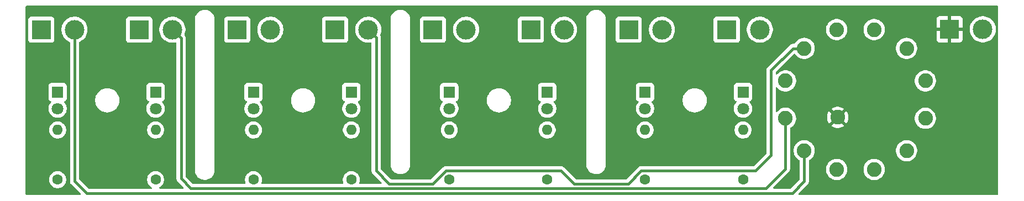
<source format=gbl>
%TF.GenerationSoftware,KiCad,Pcbnew,9.0.0+dfsg-1*%
%TF.CreationDate,2025-03-19T00:42:50+01:00*%
%TF.ProjectId,control-matrix-8,636f6e74-726f-46c2-9d6d-61747269782d,1.0*%
%TF.SameCoordinates,Original*%
%TF.FileFunction,Copper,L2,Bot*%
%TF.FilePolarity,Positive*%
%FSLAX46Y46*%
G04 Gerber Fmt 4.6, Leading zero omitted, Abs format (unit mm)*
G04 Created by KiCad (PCBNEW 9.0.0+dfsg-1) date 2025-03-19 00:42:50*
%MOMM*%
%LPD*%
G01*
G04 APERTURE LIST*
%TA.AperFunction,ComponentPad*%
%ADD10R,1.800000X1.800000*%
%TD*%
%TA.AperFunction,ComponentPad*%
%ADD11C,1.800000*%
%TD*%
%TA.AperFunction,ComponentPad*%
%ADD12C,2.250000*%
%TD*%
%TA.AperFunction,ComponentPad*%
%ADD13C,1.600000*%
%TD*%
%TA.AperFunction,ComponentPad*%
%ADD14O,1.600000X1.600000*%
%TD*%
%TA.AperFunction,ComponentPad*%
%ADD15R,3.000000X3.000000*%
%TD*%
%TA.AperFunction,ComponentPad*%
%ADD16C,3.000000*%
%TD*%
%TA.AperFunction,ViaPad*%
%ADD17C,0.600000*%
%TD*%
%TA.AperFunction,Conductor*%
%ADD18C,0.400000*%
%TD*%
G04 APERTURE END LIST*
D10*
%TO.P,D3,1,K*%
%TO.N,Net-(D3-K)*%
X95400000Y-93730000D03*
D11*
%TO.P,D3,2,A*%
%TO.N,Net-(D3-A)*%
X95400000Y-96270000D03*
%TD*%
D12*
%TO.P,SW1,1,1*%
%TO.N,unconnected-(SW1-Pad1)*%
X184754220Y-105600000D03*
%TO.P,SW1,2,2*%
%TO.N,Net-(D1-K)*%
X179778230Y-102727110D03*
%TO.P,SW1,3,3*%
%TO.N,Net-(D2-K)*%
X176905330Y-97751110D03*
%TO.P,SW1,4,4*%
%TO.N,Net-(D3-K)*%
X176905330Y-92005330D03*
%TO.P,SW1,5,5*%
%TO.N,Net-(D4-K)*%
X179778230Y-87029340D03*
%TO.P,SW1,6,6*%
%TO.N,Net-(D5-K)*%
X184754220Y-84156450D03*
%TO.P,SW1,7,7*%
%TO.N,Net-(D6-K)*%
X190500000Y-84156450D03*
%TO.P,SW1,8,8*%
%TO.N,Net-(D7-K)*%
X195476000Y-87029340D03*
%TO.P,SW1,9,9*%
%TO.N,Net-(D8-K)*%
X198348890Y-92005329D03*
%TO.P,SW1,10,10*%
%TO.N,unconnected-(SW1-Pad10)*%
X198348890Y-97751110D03*
%TO.P,SW1,11,11*%
%TO.N,unconnected-(SW1-Pad11)*%
X195476000Y-102727110D03*
%TO.P,SW1,12,12*%
%TO.N,unconnected-(SW1-Pad12)*%
X190500000Y-105600000D03*
%TO.P,SW1,13,13*%
%TO.N,GND*%
X184904750Y-97600580D03*
%TD*%
D13*
%TO.P,R8,1*%
%TO.N,+12V*%
X170400000Y-107170000D03*
D14*
%TO.P,R8,2*%
%TO.N,Net-(D8-A)*%
X170400000Y-99550000D03*
%TD*%
D13*
%TO.P,R7,1*%
%TO.N,+12V*%
X155400000Y-107170000D03*
D14*
%TO.P,R7,2*%
%TO.N,Net-(D7-A)*%
X155400000Y-99550000D03*
%TD*%
D13*
%TO.P,R2,1*%
%TO.N,+12V*%
X80400000Y-107170000D03*
D14*
%TO.P,R2,2*%
%TO.N,Net-(D2-A)*%
X80400000Y-99550000D03*
%TD*%
D10*
%TO.P,D2,1,K*%
%TO.N,Net-(D2-K)*%
X80400000Y-93730000D03*
D11*
%TO.P,D2,2,A*%
%TO.N,Net-(D2-A)*%
X80400000Y-96270000D03*
%TD*%
D10*
%TO.P,D6,1,K*%
%TO.N,Net-(D6-K)*%
X140400000Y-93730000D03*
D11*
%TO.P,D6,2,A*%
%TO.N,Net-(D6-A)*%
X140400000Y-96270000D03*
%TD*%
D13*
%TO.P,R6,1*%
%TO.N,+12V*%
X140400000Y-107170000D03*
D14*
%TO.P,R6,2*%
%TO.N,Net-(D6-A)*%
X140400000Y-99550000D03*
%TD*%
D10*
%TO.P,D5,1,K*%
%TO.N,Net-(D5-K)*%
X125400000Y-93730000D03*
D11*
%TO.P,D5,2,A*%
%TO.N,Net-(D5-A)*%
X125400000Y-96270000D03*
%TD*%
D10*
%TO.P,D7,1,K*%
%TO.N,Net-(D7-K)*%
X155400000Y-93730000D03*
D11*
%TO.P,D7,2,A*%
%TO.N,Net-(D7-A)*%
X155400000Y-96270000D03*
%TD*%
D10*
%TO.P,D4,1,K*%
%TO.N,Net-(D4-K)*%
X110400000Y-93730000D03*
D11*
%TO.P,D4,2,A*%
%TO.N,Net-(D4-A)*%
X110400000Y-96270000D03*
%TD*%
D13*
%TO.P,R5,1*%
%TO.N,+12V*%
X125400000Y-107170000D03*
D14*
%TO.P,R5,2*%
%TO.N,Net-(D5-A)*%
X125400000Y-99550000D03*
%TD*%
D13*
%TO.P,R4,1*%
%TO.N,+12V*%
X110400000Y-107170000D03*
D14*
%TO.P,R4,2*%
%TO.N,Net-(D4-A)*%
X110400000Y-99550000D03*
%TD*%
D10*
%TO.P,D8,1,K*%
%TO.N,Net-(D8-K)*%
X170400000Y-93730000D03*
D11*
%TO.P,D8,2,A*%
%TO.N,Net-(D8-A)*%
X170400000Y-96270000D03*
%TD*%
D13*
%TO.P,R1,1*%
%TO.N,+12V*%
X65400000Y-107170000D03*
D14*
%TO.P,R1,2*%
%TO.N,Net-(D1-A)*%
X65400000Y-99550000D03*
%TD*%
D10*
%TO.P,D1,1,K*%
%TO.N,Net-(D1-K)*%
X65400000Y-93730000D03*
D11*
%TO.P,D1,2,A*%
%TO.N,Net-(D1-A)*%
X65400000Y-96270000D03*
%TD*%
D13*
%TO.P,R3,1*%
%TO.N,+12V*%
X95400000Y-107170000D03*
D14*
%TO.P,R3,2*%
%TO.N,Net-(D3-A)*%
X95400000Y-99550000D03*
%TD*%
D15*
%TO.P,J1,1,Pin_1*%
%TO.N,Net-(D1-K)*%
X62900000Y-84170000D03*
D16*
%TO.P,J1,2,Pin_2*%
X67980000Y-84170000D03*
%TD*%
D15*
%TO.P,J7,1,Pin_1*%
%TO.N,Net-(D7-K)*%
X152900000Y-84170000D03*
D16*
%TO.P,J7,2,Pin_2*%
X157980000Y-84170000D03*
%TD*%
D15*
%TO.P,J2,1,Pin_1*%
%TO.N,Net-(D2-K)*%
X77900000Y-84170000D03*
D16*
%TO.P,J2,2,Pin_2*%
X82980000Y-84170000D03*
%TD*%
D15*
%TO.P,J6,1,Pin_1*%
%TO.N,Net-(D6-K)*%
X137900000Y-84170000D03*
D16*
%TO.P,J6,2,Pin_2*%
X142980000Y-84170000D03*
%TD*%
D15*
%TO.P,J8,1,Pin_1*%
%TO.N,Net-(D8-K)*%
X167900000Y-84170000D03*
D16*
%TO.P,J8,2,Pin_2*%
X172980000Y-84170000D03*
%TD*%
D15*
%TO.P,J3,1,Pin_1*%
%TO.N,Net-(D3-K)*%
X92900000Y-84170000D03*
D16*
%TO.P,J3,2,Pin_2*%
X97980000Y-84170000D03*
%TD*%
D15*
%TO.P,J4,1,Pin_1*%
%TO.N,Net-(D4-K)*%
X107900000Y-84170000D03*
D16*
%TO.P,J4,2,Pin_2*%
X112980000Y-84170000D03*
%TD*%
D15*
%TO.P,J9,1,Pin_1*%
%TO.N,GND*%
X202060000Y-84100000D03*
D16*
%TO.P,J9,2,Pin_2*%
%TO.N,+12V*%
X207140000Y-84100000D03*
%TD*%
D15*
%TO.P,J5,1,Pin_1*%
%TO.N,Net-(D5-K)*%
X122900000Y-84170000D03*
D16*
%TO.P,J5,2,Pin_2*%
X127980000Y-84170000D03*
%TD*%
D17*
%TO.N,GND*%
X163200000Y-88500000D03*
X133300000Y-89500000D03*
%TD*%
D18*
%TO.N,Net-(D1-K)*%
X177951000Y-109249000D02*
X179778230Y-107421770D01*
X67980000Y-107380000D02*
X69849000Y-109249000D01*
X67980000Y-84170000D02*
X67980000Y-107380000D01*
X69849000Y-109249000D02*
X177951000Y-109249000D01*
X179778230Y-107421770D02*
X179778230Y-102727110D01*
%TO.N,Net-(D2-K)*%
X176905330Y-105494670D02*
X176905330Y-97751110D01*
X173900000Y-108500000D02*
X176905330Y-105494670D01*
X82980000Y-84170000D02*
X84300000Y-85490000D01*
X85800000Y-108500000D02*
X173900000Y-108500000D01*
X84300000Y-85490000D02*
X84300000Y-107000000D01*
X84300000Y-107000000D02*
X85800000Y-108500000D01*
%TO.N,Net-(D4-K)*%
X179396899Y-87200000D02*
X179672890Y-86924009D01*
X116199000Y-107799000D02*
X122901000Y-107799000D01*
X112980000Y-84170000D02*
X114200000Y-85390000D01*
X152801000Y-107799000D02*
X154800000Y-105800000D01*
X124900000Y-105800000D02*
X142500000Y-105800000D01*
X154800000Y-105800000D02*
X172300000Y-105800000D01*
X114200000Y-105800000D02*
X116199000Y-107799000D01*
X172300000Y-105800000D02*
X174700000Y-103400000D01*
X174700000Y-103400000D02*
X174700000Y-90400000D01*
X114200000Y-85390000D02*
X114200000Y-105800000D01*
X142500000Y-105800000D02*
X144499000Y-107799000D01*
X122901000Y-107799000D02*
X124900000Y-105800000D01*
X174700000Y-90400000D02*
X178070660Y-87029340D01*
X178070660Y-87029340D02*
X179778230Y-87029340D01*
X144499000Y-107799000D02*
X152801000Y-107799000D01*
%TD*%
%TA.AperFunction,Conductor*%
%TO.N,GND*%
G36*
X209442539Y-80520185D02*
G01*
X209488294Y-80572989D01*
X209499500Y-80624500D01*
X209499500Y-109375500D01*
X209479815Y-109442539D01*
X209427011Y-109488294D01*
X209375500Y-109499500D01*
X178990519Y-109499500D01*
X178923480Y-109479815D01*
X178877725Y-109427011D01*
X178867781Y-109357853D01*
X178896806Y-109294297D01*
X178902838Y-109287819D01*
X180322337Y-107868320D01*
X180322338Y-107868317D01*
X180322343Y-107868313D01*
X180368323Y-107799500D01*
X180369537Y-107797684D01*
X180384849Y-107774767D01*
X180399005Y-107753581D01*
X180451810Y-107626098D01*
X180478730Y-107490763D01*
X180478730Y-105472070D01*
X183128720Y-105472070D01*
X183128720Y-105727929D01*
X183168746Y-105980640D01*
X183247808Y-106223972D01*
X183247809Y-106223975D01*
X183363970Y-106451950D01*
X183514352Y-106658935D01*
X183514356Y-106658940D01*
X183695279Y-106839863D01*
X183695284Y-106839867D01*
X183875827Y-106971038D01*
X183902273Y-106990252D01*
X184043441Y-107062181D01*
X184130244Y-107106410D01*
X184130247Y-107106411D01*
X184251913Y-107145942D01*
X184373581Y-107185474D01*
X184626290Y-107225500D01*
X184626291Y-107225500D01*
X184882149Y-107225500D01*
X184882150Y-107225500D01*
X185134859Y-107185474D01*
X185378195Y-107106410D01*
X185606167Y-106990252D01*
X185813162Y-106839862D01*
X185994082Y-106658942D01*
X186144472Y-106451947D01*
X186260630Y-106223975D01*
X186339694Y-105980639D01*
X186379720Y-105727930D01*
X186379720Y-105472070D01*
X188874500Y-105472070D01*
X188874500Y-105727929D01*
X188914526Y-105980640D01*
X188993588Y-106223972D01*
X188993589Y-106223975D01*
X189109750Y-106451950D01*
X189260132Y-106658935D01*
X189260136Y-106658940D01*
X189441059Y-106839863D01*
X189441064Y-106839867D01*
X189621607Y-106971038D01*
X189648053Y-106990252D01*
X189789221Y-107062181D01*
X189876024Y-107106410D01*
X189876027Y-107106411D01*
X189997693Y-107145942D01*
X190119361Y-107185474D01*
X190372070Y-107225500D01*
X190372071Y-107225500D01*
X190627929Y-107225500D01*
X190627930Y-107225500D01*
X190880639Y-107185474D01*
X191123975Y-107106410D01*
X191351947Y-106990252D01*
X191558942Y-106839862D01*
X191739862Y-106658942D01*
X191890252Y-106451947D01*
X192006410Y-106223975D01*
X192085474Y-105980639D01*
X192125500Y-105727930D01*
X192125500Y-105472070D01*
X192085474Y-105219361D01*
X192045608Y-105096666D01*
X192006411Y-104976027D01*
X192006410Y-104976024D01*
X191916720Y-104800000D01*
X191890252Y-104748053D01*
X191871038Y-104721607D01*
X191739867Y-104541064D01*
X191739863Y-104541059D01*
X191558940Y-104360136D01*
X191558935Y-104360132D01*
X191351950Y-104209750D01*
X191351949Y-104209749D01*
X191351947Y-104209748D01*
X191278910Y-104172533D01*
X191123975Y-104093589D01*
X191123972Y-104093588D01*
X190880640Y-104014526D01*
X190754284Y-103994513D01*
X190627930Y-103974500D01*
X190372070Y-103974500D01*
X190287833Y-103987842D01*
X190119359Y-104014526D01*
X189876027Y-104093588D01*
X189876024Y-104093589D01*
X189648049Y-104209750D01*
X189441064Y-104360132D01*
X189441059Y-104360136D01*
X189260136Y-104541059D01*
X189260132Y-104541064D01*
X189109750Y-104748049D01*
X188993589Y-104976024D01*
X188993588Y-104976027D01*
X188914526Y-105219359D01*
X188874500Y-105472070D01*
X186379720Y-105472070D01*
X186339694Y-105219361D01*
X186299828Y-105096666D01*
X186260631Y-104976027D01*
X186260630Y-104976024D01*
X186170940Y-104800000D01*
X186144472Y-104748053D01*
X186125258Y-104721607D01*
X185994087Y-104541064D01*
X185994083Y-104541059D01*
X185813160Y-104360136D01*
X185813155Y-104360132D01*
X185606170Y-104209750D01*
X185606169Y-104209749D01*
X185606167Y-104209748D01*
X185533130Y-104172533D01*
X185378195Y-104093589D01*
X185378192Y-104093588D01*
X185134860Y-104014526D01*
X185008504Y-103994513D01*
X184882150Y-103974500D01*
X184626290Y-103974500D01*
X184542053Y-103987842D01*
X184373579Y-104014526D01*
X184130247Y-104093588D01*
X184130244Y-104093589D01*
X183902269Y-104209750D01*
X183695284Y-104360132D01*
X183695279Y-104360136D01*
X183514356Y-104541059D01*
X183514352Y-104541064D01*
X183363970Y-104748049D01*
X183247809Y-104976024D01*
X183247808Y-104976027D01*
X183168746Y-105219359D01*
X183128720Y-105472070D01*
X180478730Y-105472070D01*
X180478730Y-104270515D01*
X180498415Y-104203476D01*
X180546436Y-104160030D01*
X180630177Y-104117362D01*
X180837172Y-103966972D01*
X181018092Y-103786052D01*
X181168482Y-103579057D01*
X181284640Y-103351085D01*
X181363704Y-103107749D01*
X181403730Y-102855040D01*
X181403730Y-102599180D01*
X193850500Y-102599180D01*
X193850500Y-102855039D01*
X193890526Y-103107750D01*
X193969588Y-103351082D01*
X193969589Y-103351085D01*
X194085750Y-103579060D01*
X194236132Y-103786045D01*
X194236136Y-103786050D01*
X194417059Y-103966973D01*
X194417064Y-103966977D01*
X194597607Y-104098148D01*
X194624053Y-104117362D01*
X194773080Y-104193295D01*
X194852024Y-104233520D01*
X194852027Y-104233521D01*
X194965885Y-104270515D01*
X195095361Y-104312584D01*
X195348070Y-104352610D01*
X195348071Y-104352610D01*
X195603929Y-104352610D01*
X195603930Y-104352610D01*
X195856639Y-104312584D01*
X196099975Y-104233520D01*
X196327947Y-104117362D01*
X196534942Y-103966972D01*
X196715862Y-103786052D01*
X196866252Y-103579057D01*
X196982410Y-103351085D01*
X197061474Y-103107749D01*
X197101500Y-102855040D01*
X197101500Y-102599180D01*
X197061474Y-102346471D01*
X196982410Y-102103135D01*
X196982410Y-102103134D01*
X196942185Y-102024190D01*
X196866252Y-101875163D01*
X196847038Y-101848717D01*
X196715867Y-101668174D01*
X196715863Y-101668169D01*
X196534940Y-101487246D01*
X196534935Y-101487242D01*
X196327950Y-101336860D01*
X196327949Y-101336859D01*
X196327947Y-101336858D01*
X196254910Y-101299643D01*
X196099975Y-101220699D01*
X196099972Y-101220698D01*
X195856640Y-101141636D01*
X195730284Y-101121623D01*
X195603930Y-101101610D01*
X195348070Y-101101610D01*
X195263833Y-101114952D01*
X195095359Y-101141636D01*
X194852027Y-101220698D01*
X194852024Y-101220699D01*
X194624049Y-101336860D01*
X194417064Y-101487242D01*
X194417059Y-101487246D01*
X194236136Y-101668169D01*
X194236132Y-101668174D01*
X194085750Y-101875159D01*
X193969589Y-102103134D01*
X193969588Y-102103137D01*
X193890526Y-102346469D01*
X193850500Y-102599180D01*
X181403730Y-102599180D01*
X181363704Y-102346471D01*
X181284640Y-102103135D01*
X181284640Y-102103134D01*
X181244415Y-102024190D01*
X181168482Y-101875163D01*
X181149268Y-101848717D01*
X181018097Y-101668174D01*
X181018093Y-101668169D01*
X180837170Y-101487246D01*
X180837165Y-101487242D01*
X180630180Y-101336860D01*
X180630179Y-101336859D01*
X180630177Y-101336858D01*
X180557140Y-101299643D01*
X180402205Y-101220699D01*
X180402202Y-101220698D01*
X180158870Y-101141636D01*
X180032514Y-101121623D01*
X179906160Y-101101610D01*
X179650300Y-101101610D01*
X179566063Y-101114952D01*
X179397589Y-101141636D01*
X179154257Y-101220698D01*
X179154254Y-101220699D01*
X178926279Y-101336860D01*
X178719294Y-101487242D01*
X178719289Y-101487246D01*
X178538366Y-101668169D01*
X178538362Y-101668174D01*
X178387980Y-101875159D01*
X178271819Y-102103134D01*
X178271818Y-102103137D01*
X178192756Y-102346469D01*
X178152730Y-102599180D01*
X178152730Y-102855039D01*
X178192756Y-103107750D01*
X178271818Y-103351082D01*
X178271819Y-103351085D01*
X178387980Y-103579060D01*
X178538362Y-103786045D01*
X178538366Y-103786050D01*
X178719289Y-103966973D01*
X178719294Y-103966977D01*
X178926281Y-104117361D01*
X179010024Y-104160030D01*
X179060821Y-104208004D01*
X179077730Y-104270515D01*
X179077730Y-107080251D01*
X179058045Y-107147290D01*
X179041411Y-107167932D01*
X177697162Y-108512181D01*
X177635839Y-108545666D01*
X177609481Y-108548500D01*
X175141519Y-108548500D01*
X175074480Y-108528815D01*
X175028725Y-108476011D01*
X175018781Y-108406853D01*
X175047806Y-108343297D01*
X175053838Y-108336819D01*
X175637079Y-107753578D01*
X177449443Y-105941213D01*
X177481775Y-105892826D01*
X177526105Y-105826481D01*
X177557037Y-105751804D01*
X177578910Y-105698999D01*
X177584264Y-105672079D01*
X177605830Y-105563663D01*
X177605830Y-99294515D01*
X177625515Y-99227476D01*
X177673536Y-99184030D01*
X177757277Y-99141362D01*
X177964272Y-98990972D01*
X178145192Y-98810052D01*
X178295582Y-98603057D01*
X178411740Y-98375085D01*
X178490804Y-98131749D01*
X178530830Y-97879040D01*
X178530830Y-97623180D01*
X178522074Y-97567895D01*
X178509295Y-97487216D01*
X178506994Y-97472690D01*
X183279750Y-97472690D01*
X183279750Y-97728469D01*
X183319763Y-97981103D01*
X183398801Y-98224361D01*
X183398802Y-98224364D01*
X183514925Y-98452266D01*
X183592600Y-98559175D01*
X183592600Y-98559176D01*
X184227171Y-97924604D01*
X184240109Y-97955838D01*
X184322187Y-98078677D01*
X184426653Y-98183143D01*
X184549492Y-98265221D01*
X184580724Y-98278157D01*
X183946152Y-98912728D01*
X184053063Y-98990404D01*
X184280965Y-99106527D01*
X184280968Y-99106528D01*
X184524226Y-99185566D01*
X184776861Y-99225580D01*
X185032639Y-99225580D01*
X185285273Y-99185566D01*
X185528531Y-99106528D01*
X185528534Y-99106527D01*
X185756435Y-98990405D01*
X185863345Y-98912728D01*
X185863346Y-98912728D01*
X185228775Y-98278158D01*
X185260008Y-98265221D01*
X185382847Y-98183143D01*
X185487313Y-98078677D01*
X185569391Y-97955838D01*
X185582327Y-97924605D01*
X186216898Y-98559176D01*
X186216898Y-98559175D01*
X186294575Y-98452265D01*
X186410697Y-98224364D01*
X186410698Y-98224361D01*
X186489736Y-97981103D01*
X186529750Y-97728469D01*
X186529750Y-97623180D01*
X196723390Y-97623180D01*
X196723390Y-97879039D01*
X196763416Y-98131750D01*
X196842478Y-98375082D01*
X196842479Y-98375085D01*
X196921423Y-98530020D01*
X196936279Y-98559176D01*
X196958640Y-98603060D01*
X197109022Y-98810045D01*
X197109026Y-98810050D01*
X197289949Y-98990973D01*
X197289954Y-98990977D01*
X197448998Y-99106528D01*
X197496943Y-99141362D01*
X197645970Y-99217295D01*
X197724914Y-99257520D01*
X197724917Y-99257521D01*
X197838775Y-99294515D01*
X197968251Y-99336584D01*
X198220960Y-99376610D01*
X198220961Y-99376610D01*
X198476819Y-99376610D01*
X198476820Y-99376610D01*
X198729529Y-99336584D01*
X198972865Y-99257520D01*
X199200837Y-99141362D01*
X199407832Y-98990972D01*
X199588752Y-98810052D01*
X199739142Y-98603057D01*
X199855300Y-98375085D01*
X199934364Y-98131749D01*
X199974390Y-97879040D01*
X199974390Y-97623180D01*
X199934364Y-97370471D01*
X199855300Y-97127135D01*
X199855300Y-97127134D01*
X199792572Y-97004025D01*
X199739142Y-96899163D01*
X199660399Y-96790782D01*
X199588757Y-96692174D01*
X199588753Y-96692169D01*
X199407830Y-96511246D01*
X199407825Y-96511242D01*
X199200840Y-96360860D01*
X199200839Y-96360859D01*
X199200837Y-96360858D01*
X199058690Y-96288430D01*
X198972865Y-96244699D01*
X198972862Y-96244698D01*
X198729530Y-96165636D01*
X198603174Y-96145623D01*
X198476820Y-96125610D01*
X198220960Y-96125610D01*
X198136723Y-96138952D01*
X197968249Y-96165636D01*
X197724917Y-96244698D01*
X197724914Y-96244699D01*
X197496939Y-96360860D01*
X197289954Y-96511242D01*
X197289949Y-96511246D01*
X197109026Y-96692169D01*
X197109022Y-96692174D01*
X196958640Y-96899159D01*
X196842479Y-97127134D01*
X196842478Y-97127137D01*
X196763416Y-97370469D01*
X196723390Y-97623180D01*
X186529750Y-97623180D01*
X186529750Y-97472690D01*
X186489736Y-97220056D01*
X186410698Y-96976798D01*
X186410697Y-96976795D01*
X186294574Y-96748893D01*
X186216898Y-96641983D01*
X186216898Y-96641982D01*
X185582327Y-97276553D01*
X185569391Y-97245322D01*
X185487313Y-97122483D01*
X185382847Y-97018017D01*
X185260008Y-96935939D01*
X185228774Y-96923001D01*
X185863346Y-96288430D01*
X185756436Y-96210755D01*
X185528534Y-96094632D01*
X185528531Y-96094631D01*
X185285273Y-96015593D01*
X185032639Y-95975580D01*
X184776861Y-95975580D01*
X184524226Y-96015593D01*
X184280968Y-96094631D01*
X184280965Y-96094632D01*
X184053060Y-96210757D01*
X183946153Y-96288429D01*
X183946152Y-96288430D01*
X184580724Y-96923001D01*
X184549492Y-96935939D01*
X184426653Y-97018017D01*
X184322187Y-97122483D01*
X184240109Y-97245322D01*
X184227171Y-97276554D01*
X183592600Y-96641982D01*
X183592599Y-96641983D01*
X183514927Y-96748890D01*
X183398802Y-96976795D01*
X183398801Y-96976798D01*
X183319763Y-97220056D01*
X183279750Y-97472690D01*
X178506994Y-97472690D01*
X178492600Y-97381813D01*
X178490804Y-97370471D01*
X178411740Y-97127135D01*
X178411740Y-97127134D01*
X178349012Y-97004025D01*
X178295582Y-96899163D01*
X178216839Y-96790782D01*
X178145197Y-96692174D01*
X178145193Y-96692169D01*
X177964270Y-96511246D01*
X177964265Y-96511242D01*
X177860714Y-96436008D01*
X177757280Y-96360860D01*
X177757279Y-96360859D01*
X177757277Y-96360858D01*
X177615130Y-96288430D01*
X177529305Y-96244699D01*
X177529302Y-96244698D01*
X177285970Y-96165636D01*
X177159614Y-96145623D01*
X177033260Y-96125610D01*
X176777400Y-96125610D01*
X176693163Y-96138952D01*
X176524689Y-96165636D01*
X176281357Y-96244698D01*
X176281354Y-96244699D01*
X176053379Y-96360860D01*
X175846394Y-96511242D01*
X175846389Y-96511246D01*
X175665466Y-96692169D01*
X175624818Y-96748117D01*
X175569488Y-96790782D01*
X175499874Y-96796761D01*
X175438079Y-96764155D01*
X175403722Y-96703316D01*
X175400500Y-96675231D01*
X175400500Y-93081208D01*
X175420185Y-93014169D01*
X175472989Y-92968414D01*
X175542147Y-92958470D01*
X175605703Y-92987495D01*
X175624818Y-93008323D01*
X175665462Y-93064265D01*
X175665466Y-93064270D01*
X175846389Y-93245193D01*
X175846394Y-93245197D01*
X176026937Y-93376368D01*
X176053383Y-93395582D01*
X176202410Y-93471515D01*
X176281354Y-93511740D01*
X176281357Y-93511741D01*
X176403023Y-93551272D01*
X176524691Y-93590804D01*
X176777400Y-93630830D01*
X176777401Y-93630830D01*
X177033259Y-93630830D01*
X177033260Y-93630830D01*
X177285969Y-93590804D01*
X177529305Y-93511740D01*
X177757277Y-93395582D01*
X177964272Y-93245192D01*
X178145192Y-93064272D01*
X178295582Y-92857277D01*
X178411740Y-92629305D01*
X178490804Y-92385969D01*
X178530830Y-92133260D01*
X178530830Y-91877400D01*
X178530830Y-91877399D01*
X196723390Y-91877399D01*
X196723390Y-92133258D01*
X196763416Y-92385969D01*
X196842478Y-92629301D01*
X196842479Y-92629304D01*
X196958640Y-92857279D01*
X197109022Y-93064264D01*
X197109026Y-93064269D01*
X197289949Y-93245192D01*
X197289954Y-93245196D01*
X197416006Y-93336777D01*
X197496943Y-93395581D01*
X197645970Y-93471514D01*
X197724914Y-93511739D01*
X197724917Y-93511740D01*
X197846583Y-93551271D01*
X197968251Y-93590803D01*
X198220960Y-93630829D01*
X198220961Y-93630829D01*
X198476819Y-93630829D01*
X198476820Y-93630829D01*
X198729529Y-93590803D01*
X198972865Y-93511739D01*
X199200837Y-93395581D01*
X199407832Y-93245191D01*
X199588752Y-93064271D01*
X199739142Y-92857276D01*
X199855300Y-92629304D01*
X199934364Y-92385968D01*
X199974390Y-92133259D01*
X199974390Y-91877399D01*
X199934364Y-91624690D01*
X199855300Y-91381355D01*
X199855300Y-91381353D01*
X199815075Y-91302409D01*
X199739142Y-91153382D01*
X199629402Y-91002337D01*
X199588757Y-90946393D01*
X199588753Y-90946388D01*
X199407830Y-90765465D01*
X199407825Y-90765461D01*
X199200840Y-90615079D01*
X199200839Y-90615078D01*
X199200837Y-90615077D01*
X199127800Y-90577862D01*
X198972865Y-90498918D01*
X198972862Y-90498917D01*
X198729530Y-90419855D01*
X198603174Y-90399842D01*
X198476820Y-90379829D01*
X198220960Y-90379829D01*
X198136723Y-90393171D01*
X197968249Y-90419855D01*
X197724917Y-90498917D01*
X197724914Y-90498918D01*
X197496939Y-90615079D01*
X197289954Y-90765461D01*
X197289949Y-90765465D01*
X197109026Y-90946388D01*
X197109022Y-90946393D01*
X196958640Y-91153378D01*
X196842479Y-91381353D01*
X196842478Y-91381356D01*
X196763416Y-91624688D01*
X196723390Y-91877399D01*
X178530830Y-91877399D01*
X178490804Y-91624691D01*
X178411740Y-91381356D01*
X178411740Y-91381354D01*
X178371515Y-91302410D01*
X178295582Y-91153383D01*
X178216839Y-91045002D01*
X178145197Y-90946394D01*
X178145193Y-90946389D01*
X177964270Y-90765466D01*
X177964265Y-90765462D01*
X177757280Y-90615080D01*
X177757279Y-90615079D01*
X177757277Y-90615078D01*
X177684240Y-90577863D01*
X177529305Y-90498919D01*
X177529302Y-90498918D01*
X177285970Y-90419856D01*
X177159614Y-90399843D01*
X177033260Y-90379830D01*
X176777400Y-90379830D01*
X176693163Y-90393172D01*
X176524689Y-90419856D01*
X176281357Y-90498918D01*
X176281354Y-90498919D01*
X176053379Y-90615080D01*
X175846394Y-90765462D01*
X175846389Y-90765466D01*
X175665466Y-90946389D01*
X175624818Y-91002337D01*
X175569488Y-91045002D01*
X175499874Y-91050981D01*
X175438079Y-91018375D01*
X175403722Y-90957536D01*
X175400500Y-90929451D01*
X175400500Y-90741518D01*
X175420185Y-90674479D01*
X175436814Y-90653842D01*
X178210158Y-87880497D01*
X178271479Y-87847014D01*
X178341171Y-87851998D01*
X178397104Y-87893870D01*
X178398155Y-87895295D01*
X178538362Y-88088276D01*
X178719289Y-88269203D01*
X178719294Y-88269207D01*
X178899837Y-88400378D01*
X178926283Y-88419592D01*
X179075310Y-88495525D01*
X179154254Y-88535750D01*
X179154257Y-88535751D01*
X179275923Y-88575282D01*
X179397591Y-88614814D01*
X179650300Y-88654840D01*
X179650301Y-88654840D01*
X179906159Y-88654840D01*
X179906160Y-88654840D01*
X180158869Y-88614814D01*
X180402205Y-88535750D01*
X180630177Y-88419592D01*
X180837172Y-88269202D01*
X181018092Y-88088282D01*
X181168482Y-87881287D01*
X181284640Y-87653315D01*
X181363704Y-87409979D01*
X181403730Y-87157270D01*
X181403730Y-86901410D01*
X193850500Y-86901410D01*
X193850500Y-87157269D01*
X193890526Y-87409980D01*
X193969588Y-87653312D01*
X193969589Y-87653315D01*
X194025460Y-87762966D01*
X194085346Y-87880499D01*
X194085750Y-87881290D01*
X194236132Y-88088275D01*
X194236136Y-88088280D01*
X194417059Y-88269203D01*
X194417064Y-88269207D01*
X194597607Y-88400378D01*
X194624053Y-88419592D01*
X194773080Y-88495525D01*
X194852024Y-88535750D01*
X194852027Y-88535751D01*
X194973693Y-88575282D01*
X195095361Y-88614814D01*
X195348070Y-88654840D01*
X195348071Y-88654840D01*
X195603929Y-88654840D01*
X195603930Y-88654840D01*
X195856639Y-88614814D01*
X196099975Y-88535750D01*
X196327947Y-88419592D01*
X196534942Y-88269202D01*
X196715862Y-88088282D01*
X196866252Y-87881287D01*
X196982410Y-87653315D01*
X197061474Y-87409979D01*
X197101500Y-87157270D01*
X197101500Y-86901410D01*
X197061474Y-86648701D01*
X196982410Y-86405365D01*
X196982410Y-86405364D01*
X196934803Y-86311931D01*
X196866252Y-86177393D01*
X196810386Y-86100500D01*
X196715867Y-85970404D01*
X196715863Y-85970399D01*
X196534940Y-85789476D01*
X196534935Y-85789472D01*
X196327950Y-85639090D01*
X196327949Y-85639089D01*
X196327947Y-85639088D01*
X196254910Y-85601873D01*
X196099975Y-85522929D01*
X196099972Y-85522928D01*
X195856640Y-85443866D01*
X195712297Y-85421004D01*
X195603930Y-85403840D01*
X195348070Y-85403840D01*
X195263833Y-85417182D01*
X195095359Y-85443866D01*
X194852027Y-85522928D01*
X194852024Y-85522929D01*
X194624049Y-85639090D01*
X194417064Y-85789472D01*
X194417059Y-85789476D01*
X194236136Y-85970399D01*
X194236132Y-85970404D01*
X194085750Y-86177389D01*
X193969589Y-86405364D01*
X193969588Y-86405367D01*
X193890526Y-86648699D01*
X193850500Y-86901410D01*
X181403730Y-86901410D01*
X181363704Y-86648701D01*
X181284640Y-86405365D01*
X181284640Y-86405364D01*
X181237033Y-86311931D01*
X181168482Y-86177393D01*
X181112616Y-86100500D01*
X181018097Y-85970404D01*
X181018093Y-85970399D01*
X180837170Y-85789476D01*
X180837165Y-85789472D01*
X180630180Y-85639090D01*
X180630179Y-85639089D01*
X180630177Y-85639088D01*
X180557140Y-85601873D01*
X180402205Y-85522929D01*
X180402202Y-85522928D01*
X180158870Y-85443866D01*
X180014527Y-85421004D01*
X179906160Y-85403840D01*
X179650300Y-85403840D01*
X179566063Y-85417182D01*
X179397589Y-85443866D01*
X179154257Y-85522928D01*
X179154254Y-85522929D01*
X178926279Y-85639090D01*
X178719294Y-85789472D01*
X178719289Y-85789476D01*
X178538366Y-85970399D01*
X178538362Y-85970404D01*
X178387980Y-86177389D01*
X178345309Y-86261135D01*
X178297334Y-86311931D01*
X178234824Y-86328840D01*
X178001664Y-86328840D01*
X177866337Y-86355758D01*
X177866327Y-86355761D01*
X177738852Y-86408562D01*
X177624114Y-86485227D01*
X174155887Y-89953454D01*
X174079222Y-90068192D01*
X174026421Y-90195667D01*
X174026418Y-90195677D01*
X173999500Y-90331004D01*
X173999500Y-103058481D01*
X173979815Y-103125520D01*
X173963181Y-103146162D01*
X172046162Y-105063181D01*
X171984839Y-105096666D01*
X171958481Y-105099500D01*
X154731004Y-105099500D01*
X154595677Y-105126418D01*
X154595667Y-105126421D01*
X154468192Y-105179222D01*
X154353454Y-105255887D01*
X154353453Y-105255888D01*
X152547162Y-107062181D01*
X152485839Y-107095666D01*
X152459481Y-107098500D01*
X144840519Y-107098500D01*
X144773480Y-107078815D01*
X144752838Y-107062181D01*
X142946546Y-105255888D01*
X142946545Y-105255887D01*
X142831807Y-105179222D01*
X142704332Y-105126421D01*
X142704322Y-105126418D01*
X142568996Y-105099500D01*
X142568994Y-105099500D01*
X142568993Y-105099500D01*
X124968994Y-105099500D01*
X124831006Y-105099500D01*
X124831004Y-105099500D01*
X124695677Y-105126418D01*
X124695667Y-105126421D01*
X124568192Y-105179222D01*
X124453454Y-105255887D01*
X124453453Y-105255888D01*
X122647162Y-107062181D01*
X122585839Y-107095666D01*
X122559481Y-107098500D01*
X116540519Y-107098500D01*
X116473480Y-107078815D01*
X116452838Y-107062181D01*
X114936819Y-105546162D01*
X114903334Y-105484839D01*
X114900500Y-105458481D01*
X114900500Y-85321006D01*
X114893471Y-85285673D01*
X114893471Y-85285670D01*
X114883457Y-85235329D01*
X114873580Y-85185672D01*
X114820775Y-85058189D01*
X114820774Y-85058187D01*
X114818755Y-85053313D01*
X114811286Y-84983843D01*
X114818753Y-84958412D01*
X114878398Y-84814419D01*
X114946270Y-84561116D01*
X114980500Y-84301120D01*
X114980500Y-84038880D01*
X114946270Y-83778884D01*
X114878398Y-83525581D01*
X114878394Y-83525571D01*
X114778046Y-83283309D01*
X114778041Y-83283299D01*
X114646924Y-83056196D01*
X114487281Y-82848148D01*
X114487274Y-82848140D01*
X114301860Y-82662726D01*
X114301855Y-82662722D01*
X114301851Y-82662718D01*
X114188069Y-82575409D01*
X114093803Y-82503075D01*
X114057130Y-82481902D01*
X116399500Y-82481902D01*
X116399500Y-104918097D01*
X116436446Y-105151368D01*
X116509433Y-105375996D01*
X116551462Y-105458481D01*
X116616657Y-105586433D01*
X116755483Y-105777510D01*
X116922490Y-105944517D01*
X117113567Y-106083343D01*
X117208683Y-106131807D01*
X117324003Y-106190566D01*
X117324005Y-106190566D01*
X117324008Y-106190568D01*
X117426815Y-106223972D01*
X117548631Y-106263553D01*
X117781903Y-106300500D01*
X117781908Y-106300500D01*
X118018097Y-106300500D01*
X118251368Y-106263553D01*
X118475992Y-106190568D01*
X118686433Y-106083343D01*
X118877510Y-105944517D01*
X119044517Y-105777510D01*
X119183343Y-105586433D01*
X119290568Y-105375992D01*
X119363553Y-105151368D01*
X119372217Y-105096666D01*
X119400500Y-104918097D01*
X119400500Y-99447648D01*
X124099500Y-99447648D01*
X124099500Y-99652351D01*
X124131522Y-99854534D01*
X124194781Y-100049223D01*
X124287715Y-100231613D01*
X124408028Y-100397213D01*
X124552786Y-100541971D01*
X124707749Y-100654556D01*
X124718390Y-100662287D01*
X124834607Y-100721503D01*
X124900776Y-100755218D01*
X124900778Y-100755218D01*
X124900781Y-100755220D01*
X125005137Y-100789127D01*
X125095465Y-100818477D01*
X125196557Y-100834488D01*
X125297648Y-100850500D01*
X125297649Y-100850500D01*
X125502351Y-100850500D01*
X125502352Y-100850500D01*
X125704534Y-100818477D01*
X125899219Y-100755220D01*
X126081610Y-100662287D01*
X126174590Y-100594732D01*
X126247213Y-100541971D01*
X126247215Y-100541968D01*
X126247219Y-100541966D01*
X126391966Y-100397219D01*
X126391968Y-100397215D01*
X126391971Y-100397213D01*
X126444732Y-100324590D01*
X126512287Y-100231610D01*
X126605220Y-100049219D01*
X126668477Y-99854534D01*
X126700500Y-99652352D01*
X126700500Y-99447648D01*
X139099500Y-99447648D01*
X139099500Y-99652351D01*
X139131522Y-99854534D01*
X139194781Y-100049223D01*
X139287715Y-100231613D01*
X139408028Y-100397213D01*
X139552786Y-100541971D01*
X139707749Y-100654556D01*
X139718390Y-100662287D01*
X139834607Y-100721503D01*
X139900776Y-100755218D01*
X139900778Y-100755218D01*
X139900781Y-100755220D01*
X140005137Y-100789127D01*
X140095465Y-100818477D01*
X140196557Y-100834488D01*
X140297648Y-100850500D01*
X140297649Y-100850500D01*
X140502351Y-100850500D01*
X140502352Y-100850500D01*
X140704534Y-100818477D01*
X140899219Y-100755220D01*
X141081610Y-100662287D01*
X141174590Y-100594732D01*
X141247213Y-100541971D01*
X141247215Y-100541968D01*
X141247219Y-100541966D01*
X141391966Y-100397219D01*
X141391968Y-100397215D01*
X141391971Y-100397213D01*
X141444732Y-100324590D01*
X141512287Y-100231610D01*
X141605220Y-100049219D01*
X141668477Y-99854534D01*
X141700500Y-99652352D01*
X141700500Y-99447648D01*
X141676246Y-99294515D01*
X141668477Y-99245465D01*
X141605218Y-99050776D01*
X141534878Y-98912728D01*
X141512287Y-98868390D01*
X141482207Y-98826988D01*
X141391971Y-98702786D01*
X141247213Y-98558028D01*
X141081613Y-98437715D01*
X141081612Y-98437714D01*
X141081610Y-98437713D01*
X141024653Y-98408691D01*
X140899223Y-98344781D01*
X140704534Y-98281522D01*
X140529995Y-98253878D01*
X140502352Y-98249500D01*
X140297648Y-98249500D01*
X140273329Y-98253351D01*
X140095465Y-98281522D01*
X139900776Y-98344781D01*
X139718386Y-98437715D01*
X139552786Y-98558028D01*
X139408028Y-98702786D01*
X139287715Y-98868386D01*
X139194781Y-99050776D01*
X139131522Y-99245465D01*
X139099500Y-99447648D01*
X126700500Y-99447648D01*
X126676246Y-99294515D01*
X126668477Y-99245465D01*
X126605218Y-99050776D01*
X126534878Y-98912728D01*
X126512287Y-98868390D01*
X126482207Y-98826988D01*
X126391971Y-98702786D01*
X126247213Y-98558028D01*
X126081613Y-98437715D01*
X126081612Y-98437714D01*
X126081610Y-98437713D01*
X126024653Y-98408691D01*
X125899223Y-98344781D01*
X125704534Y-98281522D01*
X125529995Y-98253878D01*
X125502352Y-98249500D01*
X125297648Y-98249500D01*
X125273329Y-98253351D01*
X125095465Y-98281522D01*
X124900776Y-98344781D01*
X124718386Y-98437715D01*
X124552786Y-98558028D01*
X124408028Y-98702786D01*
X124287715Y-98868386D01*
X124194781Y-99050776D01*
X124131522Y-99245465D01*
X124099500Y-99447648D01*
X119400500Y-99447648D01*
X119400500Y-92782135D01*
X123999500Y-92782135D01*
X123999500Y-94677870D01*
X123999501Y-94677876D01*
X124005908Y-94737483D01*
X124056202Y-94872328D01*
X124056206Y-94872335D01*
X124142452Y-94987544D01*
X124142455Y-94987547D01*
X124257664Y-95073793D01*
X124257671Y-95073797D01*
X124337580Y-95103601D01*
X124393514Y-95145472D01*
X124417931Y-95210936D01*
X124403080Y-95279209D01*
X124381929Y-95307463D01*
X124331756Y-95357636D01*
X124331752Y-95357641D01*
X124202187Y-95535974D01*
X124102104Y-95732393D01*
X124102103Y-95732396D01*
X124033985Y-95942047D01*
X124033985Y-95942049D01*
X123999500Y-96159778D01*
X123999500Y-96380222D01*
X124001724Y-96394265D01*
X124033985Y-96597952D01*
X124102103Y-96807603D01*
X124102104Y-96807606D01*
X124202187Y-97004025D01*
X124331752Y-97182358D01*
X124331756Y-97182363D01*
X124487636Y-97338243D01*
X124487641Y-97338247D01*
X124643192Y-97451260D01*
X124665978Y-97467815D01*
X124781567Y-97526711D01*
X124862393Y-97567895D01*
X124862396Y-97567896D01*
X124962993Y-97600581D01*
X125072049Y-97636015D01*
X125289778Y-97670500D01*
X125289779Y-97670500D01*
X125510221Y-97670500D01*
X125510222Y-97670500D01*
X125727951Y-97636015D01*
X125937606Y-97567895D01*
X126134022Y-97467815D01*
X126312365Y-97338242D01*
X126468242Y-97182365D01*
X126597815Y-97004022D01*
X126697895Y-96807606D01*
X126766015Y-96597951D01*
X126800500Y-96380222D01*
X126800500Y-96159778D01*
X126766015Y-95942049D01*
X126697895Y-95732394D01*
X126697895Y-95732393D01*
X126628451Y-95596104D01*
X126597815Y-95535978D01*
X126581260Y-95513192D01*
X126468247Y-95357641D01*
X126468243Y-95357636D01*
X126418071Y-95307464D01*
X126384586Y-95246141D01*
X126389570Y-95176449D01*
X126431442Y-95120516D01*
X126462420Y-95103601D01*
X126542326Y-95073798D01*
X126542326Y-95073797D01*
X126542331Y-95073796D01*
X126657546Y-94987546D01*
X126739020Y-94878711D01*
X131149500Y-94878711D01*
X131149500Y-95121288D01*
X131181161Y-95361785D01*
X131243947Y-95596104D01*
X131336773Y-95820205D01*
X131336776Y-95820212D01*
X131458064Y-96030289D01*
X131458066Y-96030292D01*
X131458067Y-96030293D01*
X131605733Y-96222736D01*
X131605739Y-96222743D01*
X131777256Y-96394260D01*
X131777263Y-96394266D01*
X131890321Y-96481018D01*
X131969711Y-96541936D01*
X132179788Y-96663224D01*
X132249668Y-96692169D01*
X132386604Y-96748890D01*
X132403900Y-96756054D01*
X132638211Y-96818838D01*
X132818586Y-96842584D01*
X132878711Y-96850500D01*
X132878712Y-96850500D01*
X133121289Y-96850500D01*
X133169388Y-96844167D01*
X133361789Y-96818838D01*
X133596100Y-96756054D01*
X133820212Y-96663224D01*
X134030289Y-96541936D01*
X134222738Y-96394265D01*
X134394265Y-96222738D01*
X134541936Y-96030289D01*
X134663224Y-95820212D01*
X134756054Y-95596100D01*
X134818838Y-95361789D01*
X134850500Y-95121288D01*
X134850500Y-94878712D01*
X134849660Y-94872335D01*
X134824060Y-94677876D01*
X134818838Y-94638211D01*
X134756054Y-94403900D01*
X134663224Y-94179788D01*
X134541936Y-93969711D01*
X134394265Y-93777262D01*
X134394260Y-93777256D01*
X134222743Y-93605739D01*
X134222736Y-93605733D01*
X134030293Y-93458067D01*
X134030292Y-93458066D01*
X134030289Y-93458064D01*
X133820212Y-93336776D01*
X133820205Y-93336773D01*
X133596104Y-93243947D01*
X133361785Y-93181161D01*
X133121289Y-93149500D01*
X133121288Y-93149500D01*
X132878712Y-93149500D01*
X132878711Y-93149500D01*
X132638214Y-93181161D01*
X132403895Y-93243947D01*
X132179794Y-93336773D01*
X132179785Y-93336777D01*
X131969706Y-93458067D01*
X131777263Y-93605733D01*
X131777256Y-93605739D01*
X131605739Y-93777256D01*
X131605733Y-93777263D01*
X131458067Y-93969706D01*
X131336777Y-94179785D01*
X131336773Y-94179794D01*
X131243947Y-94403895D01*
X131181161Y-94638214D01*
X131149500Y-94878711D01*
X126739020Y-94878711D01*
X126743796Y-94872331D01*
X126794091Y-94737483D01*
X126800500Y-94677873D01*
X126800499Y-92782135D01*
X138999500Y-92782135D01*
X138999500Y-94677870D01*
X138999501Y-94677876D01*
X139005908Y-94737483D01*
X139056202Y-94872328D01*
X139056206Y-94872335D01*
X139142452Y-94987544D01*
X139142455Y-94987547D01*
X139257664Y-95073793D01*
X139257671Y-95073797D01*
X139337580Y-95103601D01*
X139393514Y-95145472D01*
X139417931Y-95210936D01*
X139403080Y-95279209D01*
X139381929Y-95307463D01*
X139331756Y-95357636D01*
X139331752Y-95357641D01*
X139202187Y-95535974D01*
X139102104Y-95732393D01*
X139102103Y-95732396D01*
X139033985Y-95942047D01*
X139033985Y-95942049D01*
X138999500Y-96159778D01*
X138999500Y-96380222D01*
X139001724Y-96394265D01*
X139033985Y-96597952D01*
X139102103Y-96807603D01*
X139102104Y-96807606D01*
X139202187Y-97004025D01*
X139331752Y-97182358D01*
X139331756Y-97182363D01*
X139487636Y-97338243D01*
X139487641Y-97338247D01*
X139643192Y-97451260D01*
X139665978Y-97467815D01*
X139781567Y-97526711D01*
X139862393Y-97567895D01*
X139862396Y-97567896D01*
X139962993Y-97600581D01*
X140072049Y-97636015D01*
X140289778Y-97670500D01*
X140289779Y-97670500D01*
X140510221Y-97670500D01*
X140510222Y-97670500D01*
X140727951Y-97636015D01*
X140937606Y-97567895D01*
X141134022Y-97467815D01*
X141312365Y-97338242D01*
X141468242Y-97182365D01*
X141597815Y-97004022D01*
X141697895Y-96807606D01*
X141766015Y-96597951D01*
X141800500Y-96380222D01*
X141800500Y-96159778D01*
X141766015Y-95942049D01*
X141697895Y-95732394D01*
X141697895Y-95732393D01*
X141628451Y-95596104D01*
X141597815Y-95535978D01*
X141581260Y-95513192D01*
X141468247Y-95357641D01*
X141468243Y-95357636D01*
X141418071Y-95307464D01*
X141384586Y-95246141D01*
X141389570Y-95176449D01*
X141431442Y-95120516D01*
X141462420Y-95103601D01*
X141542326Y-95073798D01*
X141542326Y-95073797D01*
X141542331Y-95073796D01*
X141657546Y-94987546D01*
X141743796Y-94872331D01*
X141794091Y-94737483D01*
X141800500Y-94677873D01*
X141800499Y-92782128D01*
X141794091Y-92722517D01*
X141760481Y-92632405D01*
X141743797Y-92587671D01*
X141743793Y-92587664D01*
X141657547Y-92472455D01*
X141657544Y-92472452D01*
X141542335Y-92386206D01*
X141542328Y-92386202D01*
X141407482Y-92335908D01*
X141407483Y-92335908D01*
X141347883Y-92329501D01*
X141347881Y-92329500D01*
X141347873Y-92329500D01*
X141347864Y-92329500D01*
X139452129Y-92329500D01*
X139452123Y-92329501D01*
X139392516Y-92335908D01*
X139257671Y-92386202D01*
X139257664Y-92386206D01*
X139142455Y-92472452D01*
X139142452Y-92472455D01*
X139056206Y-92587664D01*
X139056202Y-92587671D01*
X139005908Y-92722517D01*
X138999501Y-92782116D01*
X138999501Y-92782123D01*
X138999500Y-92782135D01*
X126800499Y-92782135D01*
X126800499Y-92782128D01*
X126794091Y-92722517D01*
X126760481Y-92632405D01*
X126743797Y-92587671D01*
X126743793Y-92587664D01*
X126657547Y-92472455D01*
X126657544Y-92472452D01*
X126542335Y-92386206D01*
X126542328Y-92386202D01*
X126407482Y-92335908D01*
X126407483Y-92335908D01*
X126347883Y-92329501D01*
X126347881Y-92329500D01*
X126347873Y-92329500D01*
X126347864Y-92329500D01*
X124452129Y-92329500D01*
X124452123Y-92329501D01*
X124392516Y-92335908D01*
X124257671Y-92386202D01*
X124257664Y-92386206D01*
X124142455Y-92472452D01*
X124142452Y-92472455D01*
X124056206Y-92587664D01*
X124056202Y-92587671D01*
X124005908Y-92722517D01*
X123999501Y-92782116D01*
X123999501Y-92782123D01*
X123999500Y-92782135D01*
X119400500Y-92782135D01*
X119400500Y-82622135D01*
X120899500Y-82622135D01*
X120899500Y-85717870D01*
X120899501Y-85717876D01*
X120905908Y-85777483D01*
X120956202Y-85912328D01*
X120956206Y-85912335D01*
X121042452Y-86027544D01*
X121042455Y-86027547D01*
X121157664Y-86113793D01*
X121157671Y-86113797D01*
X121292517Y-86164091D01*
X121292516Y-86164091D01*
X121299444Y-86164835D01*
X121352127Y-86170500D01*
X124447872Y-86170499D01*
X124507483Y-86164091D01*
X124642331Y-86113796D01*
X124757546Y-86027546D01*
X124843796Y-85912331D01*
X124894091Y-85777483D01*
X124900500Y-85717873D01*
X124900499Y-84038872D01*
X125979500Y-84038872D01*
X125979500Y-84301127D01*
X125982207Y-84321684D01*
X126013730Y-84561116D01*
X126081602Y-84814418D01*
X126081605Y-84814428D01*
X126181953Y-85056690D01*
X126181958Y-85056700D01*
X126313075Y-85283803D01*
X126472718Y-85491851D01*
X126472726Y-85491860D01*
X126658140Y-85677274D01*
X126658148Y-85677281D01*
X126866196Y-85836924D01*
X127093299Y-85968041D01*
X127093309Y-85968046D01*
X127335571Y-86068394D01*
X127335581Y-86068398D01*
X127588884Y-86136270D01*
X127837188Y-86168960D01*
X127848864Y-86170498D01*
X127848880Y-86170500D01*
X127848887Y-86170500D01*
X128111113Y-86170500D01*
X128111120Y-86170500D01*
X128371116Y-86136270D01*
X128624419Y-86068398D01*
X128866697Y-85968043D01*
X129093803Y-85836924D01*
X129301851Y-85677282D01*
X129301855Y-85677277D01*
X129301860Y-85677274D01*
X129487274Y-85491860D01*
X129487277Y-85491855D01*
X129487282Y-85491851D01*
X129646924Y-85283803D01*
X129778043Y-85056697D01*
X129878398Y-84814419D01*
X129946270Y-84561116D01*
X129980500Y-84301120D01*
X129980500Y-84038880D01*
X129946270Y-83778884D01*
X129878398Y-83525581D01*
X129878394Y-83525571D01*
X129778046Y-83283309D01*
X129778041Y-83283299D01*
X129646924Y-83056196D01*
X129487281Y-82848148D01*
X129487274Y-82848140D01*
X129301860Y-82662726D01*
X129301851Y-82662718D01*
X129248963Y-82622135D01*
X135899500Y-82622135D01*
X135899500Y-85717870D01*
X135899501Y-85717876D01*
X135905908Y-85777483D01*
X135956202Y-85912328D01*
X135956206Y-85912335D01*
X136042452Y-86027544D01*
X136042455Y-86027547D01*
X136157664Y-86113793D01*
X136157671Y-86113797D01*
X136292517Y-86164091D01*
X136292516Y-86164091D01*
X136299444Y-86164835D01*
X136352127Y-86170500D01*
X139447872Y-86170499D01*
X139507483Y-86164091D01*
X139642331Y-86113796D01*
X139757546Y-86027546D01*
X139843796Y-85912331D01*
X139894091Y-85777483D01*
X139900500Y-85717873D01*
X139900499Y-84038872D01*
X140979500Y-84038872D01*
X140979500Y-84301127D01*
X140982207Y-84321684D01*
X141013730Y-84561116D01*
X141081602Y-84814418D01*
X141081605Y-84814428D01*
X141181953Y-85056690D01*
X141181958Y-85056700D01*
X141313075Y-85283803D01*
X141472718Y-85491851D01*
X141472726Y-85491860D01*
X141658140Y-85677274D01*
X141658148Y-85677281D01*
X141866196Y-85836924D01*
X142093299Y-85968041D01*
X142093309Y-85968046D01*
X142335571Y-86068394D01*
X142335581Y-86068398D01*
X142588884Y-86136270D01*
X142837188Y-86168960D01*
X142848864Y-86170498D01*
X142848880Y-86170500D01*
X142848887Y-86170500D01*
X143111113Y-86170500D01*
X143111120Y-86170500D01*
X143371116Y-86136270D01*
X143624419Y-86068398D01*
X143866697Y-85968043D01*
X144093803Y-85836924D01*
X144301851Y-85677282D01*
X144301855Y-85677277D01*
X144301860Y-85677274D01*
X144487274Y-85491860D01*
X144487277Y-85491855D01*
X144487282Y-85491851D01*
X144646924Y-85283803D01*
X144778043Y-85056697D01*
X144878398Y-84814419D01*
X144946270Y-84561116D01*
X144980500Y-84301120D01*
X144980500Y-84038880D01*
X144946270Y-83778884D01*
X144878398Y-83525581D01*
X144878394Y-83525571D01*
X144778046Y-83283309D01*
X144778041Y-83283299D01*
X144646924Y-83056196D01*
X144487281Y-82848148D01*
X144487274Y-82848140D01*
X144301860Y-82662726D01*
X144301855Y-82662722D01*
X144301851Y-82662718D01*
X144188069Y-82575409D01*
X144093803Y-82503075D01*
X144057130Y-82481902D01*
X146399500Y-82481902D01*
X146399500Y-104918097D01*
X146436446Y-105151368D01*
X146509433Y-105375996D01*
X146551462Y-105458481D01*
X146616657Y-105586433D01*
X146755483Y-105777510D01*
X146922490Y-105944517D01*
X147113567Y-106083343D01*
X147208683Y-106131807D01*
X147324003Y-106190566D01*
X147324005Y-106190566D01*
X147324008Y-106190568D01*
X147426815Y-106223972D01*
X147548631Y-106263553D01*
X147781903Y-106300500D01*
X147781908Y-106300500D01*
X148018097Y-106300500D01*
X148251368Y-106263553D01*
X148475992Y-106190568D01*
X148686433Y-106083343D01*
X148877510Y-105944517D01*
X149044517Y-105777510D01*
X149183343Y-105586433D01*
X149290568Y-105375992D01*
X149363553Y-105151368D01*
X149372217Y-105096666D01*
X149400500Y-104918097D01*
X149400500Y-99447648D01*
X154099500Y-99447648D01*
X154099500Y-99652351D01*
X154131522Y-99854534D01*
X154194781Y-100049223D01*
X154287715Y-100231613D01*
X154408028Y-100397213D01*
X154552786Y-100541971D01*
X154707749Y-100654556D01*
X154718390Y-100662287D01*
X154834607Y-100721503D01*
X154900776Y-100755218D01*
X154900778Y-100755218D01*
X154900781Y-100755220D01*
X155005137Y-100789127D01*
X155095465Y-100818477D01*
X155196557Y-100834488D01*
X155297648Y-100850500D01*
X155297649Y-100850500D01*
X155502351Y-100850500D01*
X155502352Y-100850500D01*
X155704534Y-100818477D01*
X155899219Y-100755220D01*
X156081610Y-100662287D01*
X156174590Y-100594732D01*
X156247213Y-100541971D01*
X156247215Y-100541968D01*
X156247219Y-100541966D01*
X156391966Y-100397219D01*
X156391968Y-100397215D01*
X156391971Y-100397213D01*
X156444732Y-100324590D01*
X156512287Y-100231610D01*
X156605220Y-100049219D01*
X156668477Y-99854534D01*
X156700500Y-99652352D01*
X156700500Y-99447648D01*
X169099500Y-99447648D01*
X169099500Y-99652351D01*
X169131522Y-99854534D01*
X169194781Y-100049223D01*
X169287715Y-100231613D01*
X169408028Y-100397213D01*
X169552786Y-100541971D01*
X169707749Y-100654556D01*
X169718390Y-100662287D01*
X169834607Y-100721503D01*
X169900776Y-100755218D01*
X169900778Y-100755218D01*
X169900781Y-100755220D01*
X170005137Y-100789127D01*
X170095465Y-100818477D01*
X170196557Y-100834488D01*
X170297648Y-100850500D01*
X170297649Y-100850500D01*
X170502351Y-100850500D01*
X170502352Y-100850500D01*
X170704534Y-100818477D01*
X170899219Y-100755220D01*
X171081610Y-100662287D01*
X171174590Y-100594732D01*
X171247213Y-100541971D01*
X171247215Y-100541968D01*
X171247219Y-100541966D01*
X171391966Y-100397219D01*
X171391968Y-100397215D01*
X171391971Y-100397213D01*
X171444732Y-100324590D01*
X171512287Y-100231610D01*
X171605220Y-100049219D01*
X171668477Y-99854534D01*
X171700500Y-99652352D01*
X171700500Y-99447648D01*
X171676246Y-99294515D01*
X171668477Y-99245465D01*
X171605218Y-99050776D01*
X171534878Y-98912728D01*
X171512287Y-98868390D01*
X171482207Y-98826988D01*
X171391971Y-98702786D01*
X171247213Y-98558028D01*
X171081613Y-98437715D01*
X171081612Y-98437714D01*
X171081610Y-98437713D01*
X171024653Y-98408691D01*
X170899223Y-98344781D01*
X170704534Y-98281522D01*
X170529995Y-98253878D01*
X170502352Y-98249500D01*
X170297648Y-98249500D01*
X170273329Y-98253351D01*
X170095465Y-98281522D01*
X169900776Y-98344781D01*
X169718386Y-98437715D01*
X169552786Y-98558028D01*
X169408028Y-98702786D01*
X169287715Y-98868386D01*
X169194781Y-99050776D01*
X169131522Y-99245465D01*
X169099500Y-99447648D01*
X156700500Y-99447648D01*
X156676246Y-99294515D01*
X156668477Y-99245465D01*
X156605218Y-99050776D01*
X156534878Y-98912728D01*
X156512287Y-98868390D01*
X156482207Y-98826988D01*
X156391971Y-98702786D01*
X156247213Y-98558028D01*
X156081613Y-98437715D01*
X156081612Y-98437714D01*
X156081610Y-98437713D01*
X156024653Y-98408691D01*
X155899223Y-98344781D01*
X155704534Y-98281522D01*
X155529995Y-98253878D01*
X155502352Y-98249500D01*
X155297648Y-98249500D01*
X155273329Y-98253351D01*
X155095465Y-98281522D01*
X154900776Y-98344781D01*
X154718386Y-98437715D01*
X154552786Y-98558028D01*
X154408028Y-98702786D01*
X154287715Y-98868386D01*
X154194781Y-99050776D01*
X154131522Y-99245465D01*
X154099500Y-99447648D01*
X149400500Y-99447648D01*
X149400500Y-92782135D01*
X153999500Y-92782135D01*
X153999500Y-94677870D01*
X153999501Y-94677876D01*
X154005908Y-94737483D01*
X154056202Y-94872328D01*
X154056206Y-94872335D01*
X154142452Y-94987544D01*
X154142455Y-94987547D01*
X154257664Y-95073793D01*
X154257671Y-95073797D01*
X154337580Y-95103601D01*
X154393514Y-95145472D01*
X154417931Y-95210936D01*
X154403080Y-95279209D01*
X154381929Y-95307463D01*
X154331756Y-95357636D01*
X154331752Y-95357641D01*
X154202187Y-95535974D01*
X154102104Y-95732393D01*
X154102103Y-95732396D01*
X154033985Y-95942047D01*
X154033985Y-95942049D01*
X153999500Y-96159778D01*
X153999500Y-96380222D01*
X154001724Y-96394265D01*
X154033985Y-96597952D01*
X154102103Y-96807603D01*
X154102104Y-96807606D01*
X154202187Y-97004025D01*
X154331752Y-97182358D01*
X154331756Y-97182363D01*
X154487636Y-97338243D01*
X154487641Y-97338247D01*
X154643192Y-97451260D01*
X154665978Y-97467815D01*
X154781567Y-97526711D01*
X154862393Y-97567895D01*
X154862396Y-97567896D01*
X154962993Y-97600581D01*
X155072049Y-97636015D01*
X155289778Y-97670500D01*
X155289779Y-97670500D01*
X155510221Y-97670500D01*
X155510222Y-97670500D01*
X155727951Y-97636015D01*
X155937606Y-97567895D01*
X156134022Y-97467815D01*
X156312365Y-97338242D01*
X156468242Y-97182365D01*
X156597815Y-97004022D01*
X156697895Y-96807606D01*
X156766015Y-96597951D01*
X156800500Y-96380222D01*
X156800500Y-96159778D01*
X156766015Y-95942049D01*
X156697895Y-95732394D01*
X156697895Y-95732393D01*
X156628451Y-95596104D01*
X156597815Y-95535978D01*
X156581260Y-95513192D01*
X156468247Y-95357641D01*
X156468243Y-95357636D01*
X156418071Y-95307464D01*
X156384586Y-95246141D01*
X156389570Y-95176449D01*
X156431442Y-95120516D01*
X156462420Y-95103601D01*
X156542326Y-95073798D01*
X156542326Y-95073797D01*
X156542331Y-95073796D01*
X156657546Y-94987546D01*
X156739020Y-94878711D01*
X161149500Y-94878711D01*
X161149500Y-95121288D01*
X161181161Y-95361785D01*
X161243947Y-95596104D01*
X161336773Y-95820205D01*
X161336776Y-95820212D01*
X161458064Y-96030289D01*
X161458066Y-96030292D01*
X161458067Y-96030293D01*
X161605733Y-96222736D01*
X161605739Y-96222743D01*
X161777256Y-96394260D01*
X161777263Y-96394266D01*
X161890321Y-96481018D01*
X161969711Y-96541936D01*
X162179788Y-96663224D01*
X162249668Y-96692169D01*
X162386604Y-96748890D01*
X162403900Y-96756054D01*
X162638211Y-96818838D01*
X162818586Y-96842584D01*
X162878711Y-96850500D01*
X162878712Y-96850500D01*
X163121289Y-96850500D01*
X163169388Y-96844167D01*
X163361789Y-96818838D01*
X163596100Y-96756054D01*
X163820212Y-96663224D01*
X164030289Y-96541936D01*
X164222738Y-96394265D01*
X164394265Y-96222738D01*
X164541936Y-96030289D01*
X164663224Y-95820212D01*
X164756054Y-95596100D01*
X164818838Y-95361789D01*
X164850500Y-95121288D01*
X164850500Y-94878712D01*
X164849660Y-94872335D01*
X164824060Y-94677876D01*
X164818838Y-94638211D01*
X164756054Y-94403900D01*
X164663224Y-94179788D01*
X164541936Y-93969711D01*
X164394265Y-93777262D01*
X164394260Y-93777256D01*
X164222743Y-93605739D01*
X164222736Y-93605733D01*
X164030293Y-93458067D01*
X164030292Y-93458066D01*
X164030289Y-93458064D01*
X163820212Y-93336776D01*
X163820205Y-93336773D01*
X163596104Y-93243947D01*
X163361785Y-93181161D01*
X163121289Y-93149500D01*
X163121288Y-93149500D01*
X162878712Y-93149500D01*
X162878711Y-93149500D01*
X162638214Y-93181161D01*
X162403895Y-93243947D01*
X162179794Y-93336773D01*
X162179785Y-93336777D01*
X161969706Y-93458067D01*
X161777263Y-93605733D01*
X161777256Y-93605739D01*
X161605739Y-93777256D01*
X161605733Y-93777263D01*
X161458067Y-93969706D01*
X161336777Y-94179785D01*
X161336773Y-94179794D01*
X161243947Y-94403895D01*
X161181161Y-94638214D01*
X161149500Y-94878711D01*
X156739020Y-94878711D01*
X156743796Y-94872331D01*
X156794091Y-94737483D01*
X156800500Y-94677873D01*
X156800499Y-92782135D01*
X168999500Y-92782135D01*
X168999500Y-94677870D01*
X168999501Y-94677876D01*
X169005908Y-94737483D01*
X169056202Y-94872328D01*
X169056206Y-94872335D01*
X169142452Y-94987544D01*
X169142455Y-94987547D01*
X169257664Y-95073793D01*
X169257671Y-95073797D01*
X169337580Y-95103601D01*
X169393514Y-95145472D01*
X169417931Y-95210936D01*
X169403080Y-95279209D01*
X169381929Y-95307463D01*
X169331756Y-95357636D01*
X169331752Y-95357641D01*
X169202187Y-95535974D01*
X169102104Y-95732393D01*
X169102103Y-95732396D01*
X169033985Y-95942047D01*
X169033985Y-95942049D01*
X168999500Y-96159778D01*
X168999500Y-96380222D01*
X169001724Y-96394265D01*
X169033985Y-96597952D01*
X169102103Y-96807603D01*
X169102104Y-96807606D01*
X169202187Y-97004025D01*
X169331752Y-97182358D01*
X169331756Y-97182363D01*
X169487636Y-97338243D01*
X169487641Y-97338247D01*
X169643192Y-97451260D01*
X169665978Y-97467815D01*
X169781567Y-97526711D01*
X169862393Y-97567895D01*
X169862396Y-97567896D01*
X169962993Y-97600581D01*
X170072049Y-97636015D01*
X170289778Y-97670500D01*
X170289779Y-97670500D01*
X170510221Y-97670500D01*
X170510222Y-97670500D01*
X170727951Y-97636015D01*
X170937606Y-97567895D01*
X171134022Y-97467815D01*
X171312365Y-97338242D01*
X171468242Y-97182365D01*
X171597815Y-97004022D01*
X171697895Y-96807606D01*
X171766015Y-96597951D01*
X171800500Y-96380222D01*
X171800500Y-96159778D01*
X171766015Y-95942049D01*
X171697895Y-95732394D01*
X171697895Y-95732393D01*
X171628451Y-95596104D01*
X171597815Y-95535978D01*
X171581260Y-95513192D01*
X171468247Y-95357641D01*
X171468243Y-95357636D01*
X171418071Y-95307464D01*
X171384586Y-95246141D01*
X171389570Y-95176449D01*
X171431442Y-95120516D01*
X171462420Y-95103601D01*
X171542326Y-95073798D01*
X171542326Y-95073797D01*
X171542331Y-95073796D01*
X171657546Y-94987546D01*
X171743796Y-94872331D01*
X171794091Y-94737483D01*
X171800500Y-94677873D01*
X171800499Y-92782128D01*
X171794091Y-92722517D01*
X171760481Y-92632405D01*
X171743797Y-92587671D01*
X171743793Y-92587664D01*
X171657547Y-92472455D01*
X171657544Y-92472452D01*
X171542335Y-92386206D01*
X171542328Y-92386202D01*
X171407482Y-92335908D01*
X171407483Y-92335908D01*
X171347883Y-92329501D01*
X171347881Y-92329500D01*
X171347873Y-92329500D01*
X171347864Y-92329500D01*
X169452129Y-92329500D01*
X169452123Y-92329501D01*
X169392516Y-92335908D01*
X169257671Y-92386202D01*
X169257664Y-92386206D01*
X169142455Y-92472452D01*
X169142452Y-92472455D01*
X169056206Y-92587664D01*
X169056202Y-92587671D01*
X169005908Y-92722517D01*
X168999501Y-92782116D01*
X168999501Y-92782123D01*
X168999500Y-92782135D01*
X156800499Y-92782135D01*
X156800499Y-92782128D01*
X156794091Y-92722517D01*
X156760481Y-92632405D01*
X156743797Y-92587671D01*
X156743793Y-92587664D01*
X156657547Y-92472455D01*
X156657544Y-92472452D01*
X156542335Y-92386206D01*
X156542328Y-92386202D01*
X156407482Y-92335908D01*
X156407483Y-92335908D01*
X156347883Y-92329501D01*
X156347881Y-92329500D01*
X156347873Y-92329500D01*
X156347864Y-92329500D01*
X154452129Y-92329500D01*
X154452123Y-92329501D01*
X154392516Y-92335908D01*
X154257671Y-92386202D01*
X154257664Y-92386206D01*
X154142455Y-92472452D01*
X154142452Y-92472455D01*
X154056206Y-92587664D01*
X154056202Y-92587671D01*
X154005908Y-92722517D01*
X153999501Y-92782116D01*
X153999501Y-92782123D01*
X153999500Y-92782135D01*
X149400500Y-92782135D01*
X149400500Y-82622135D01*
X150899500Y-82622135D01*
X150899500Y-85717870D01*
X150899501Y-85717876D01*
X150905908Y-85777483D01*
X150956202Y-85912328D01*
X150956206Y-85912335D01*
X151042452Y-86027544D01*
X151042455Y-86027547D01*
X151157664Y-86113793D01*
X151157671Y-86113797D01*
X151292517Y-86164091D01*
X151292516Y-86164091D01*
X151299444Y-86164835D01*
X151352127Y-86170500D01*
X154447872Y-86170499D01*
X154507483Y-86164091D01*
X154642331Y-86113796D01*
X154757546Y-86027546D01*
X154843796Y-85912331D01*
X154894091Y-85777483D01*
X154900500Y-85717873D01*
X154900499Y-84038872D01*
X155979500Y-84038872D01*
X155979500Y-84301127D01*
X155982207Y-84321684D01*
X156013730Y-84561116D01*
X156081602Y-84814418D01*
X156081605Y-84814428D01*
X156181953Y-85056690D01*
X156181958Y-85056700D01*
X156313075Y-85283803D01*
X156472718Y-85491851D01*
X156472726Y-85491860D01*
X156658140Y-85677274D01*
X156658148Y-85677281D01*
X156866196Y-85836924D01*
X157093299Y-85968041D01*
X157093309Y-85968046D01*
X157335571Y-86068394D01*
X157335581Y-86068398D01*
X157588884Y-86136270D01*
X157837188Y-86168960D01*
X157848864Y-86170498D01*
X157848880Y-86170500D01*
X157848887Y-86170500D01*
X158111113Y-86170500D01*
X158111120Y-86170500D01*
X158371116Y-86136270D01*
X158624419Y-86068398D01*
X158866697Y-85968043D01*
X159093803Y-85836924D01*
X159301851Y-85677282D01*
X159301855Y-85677277D01*
X159301860Y-85677274D01*
X159487274Y-85491860D01*
X159487277Y-85491855D01*
X159487282Y-85491851D01*
X159646924Y-85283803D01*
X159778043Y-85056697D01*
X159878398Y-84814419D01*
X159946270Y-84561116D01*
X159980500Y-84301120D01*
X159980500Y-84038880D01*
X159946270Y-83778884D01*
X159878398Y-83525581D01*
X159878394Y-83525571D01*
X159778046Y-83283309D01*
X159778041Y-83283299D01*
X159646924Y-83056196D01*
X159487281Y-82848148D01*
X159487274Y-82848140D01*
X159301860Y-82662726D01*
X159301851Y-82662718D01*
X159248963Y-82622135D01*
X165899500Y-82622135D01*
X165899500Y-85717870D01*
X165899501Y-85717876D01*
X165905908Y-85777483D01*
X165956202Y-85912328D01*
X165956206Y-85912335D01*
X166042452Y-86027544D01*
X166042455Y-86027547D01*
X166157664Y-86113793D01*
X166157671Y-86113797D01*
X166292517Y-86164091D01*
X166292516Y-86164091D01*
X166299444Y-86164835D01*
X166352127Y-86170500D01*
X169447872Y-86170499D01*
X169507483Y-86164091D01*
X169642331Y-86113796D01*
X169757546Y-86027546D01*
X169843796Y-85912331D01*
X169894091Y-85777483D01*
X169900500Y-85717873D01*
X169900499Y-84038872D01*
X170979500Y-84038872D01*
X170979500Y-84301127D01*
X170982207Y-84321684D01*
X171013730Y-84561116D01*
X171081602Y-84814418D01*
X171081605Y-84814428D01*
X171181953Y-85056690D01*
X171181958Y-85056700D01*
X171313075Y-85283803D01*
X171472718Y-85491851D01*
X171472726Y-85491860D01*
X171658140Y-85677274D01*
X171658148Y-85677281D01*
X171866196Y-85836924D01*
X172093299Y-85968041D01*
X172093309Y-85968046D01*
X172335571Y-86068394D01*
X172335581Y-86068398D01*
X172588884Y-86136270D01*
X172837188Y-86168960D01*
X172848864Y-86170498D01*
X172848880Y-86170500D01*
X172848887Y-86170500D01*
X173111113Y-86170500D01*
X173111120Y-86170500D01*
X173371116Y-86136270D01*
X173624419Y-86068398D01*
X173866697Y-85968043D01*
X174093803Y-85836924D01*
X174301851Y-85677282D01*
X174301855Y-85677277D01*
X174301860Y-85677274D01*
X174487274Y-85491860D01*
X174487277Y-85491855D01*
X174487282Y-85491851D01*
X174646924Y-85283803D01*
X174778043Y-85056697D01*
X174878398Y-84814419D01*
X174946270Y-84561116D01*
X174980500Y-84301120D01*
X174980500Y-84038880D01*
X174979136Y-84028520D01*
X183128720Y-84028520D01*
X183128720Y-84284380D01*
X183139113Y-84350000D01*
X183168746Y-84537090D01*
X183247808Y-84780422D01*
X183247809Y-84780425D01*
X183322110Y-84926246D01*
X183360259Y-85001118D01*
X183363970Y-85008400D01*
X183514352Y-85215385D01*
X183514356Y-85215390D01*
X183695279Y-85396313D01*
X183695284Y-85396317D01*
X183875827Y-85527488D01*
X183902273Y-85546702D01*
X184051300Y-85622635D01*
X184130244Y-85662860D01*
X184130247Y-85662861D01*
X184251913Y-85702392D01*
X184373581Y-85741924D01*
X184626290Y-85781950D01*
X184626291Y-85781950D01*
X184882149Y-85781950D01*
X184882150Y-85781950D01*
X185134859Y-85741924D01*
X185378195Y-85662860D01*
X185606167Y-85546702D01*
X185813162Y-85396312D01*
X185994082Y-85215392D01*
X186144472Y-85008397D01*
X186260630Y-84780425D01*
X186339694Y-84537089D01*
X186379720Y-84284380D01*
X186379720Y-84028520D01*
X188874500Y-84028520D01*
X188874500Y-84284380D01*
X188884893Y-84350000D01*
X188914526Y-84537090D01*
X188993588Y-84780422D01*
X188993589Y-84780425D01*
X189067890Y-84926246D01*
X189106039Y-85001118D01*
X189109750Y-85008400D01*
X189260132Y-85215385D01*
X189260136Y-85215390D01*
X189441059Y-85396313D01*
X189441064Y-85396317D01*
X189621607Y-85527488D01*
X189648053Y-85546702D01*
X189797080Y-85622635D01*
X189876024Y-85662860D01*
X189876027Y-85662861D01*
X189997693Y-85702392D01*
X190119361Y-85741924D01*
X190372070Y-85781950D01*
X190372071Y-85781950D01*
X190627929Y-85781950D01*
X190627930Y-85781950D01*
X190880639Y-85741924D01*
X191123975Y-85662860D01*
X191351947Y-85546702D01*
X191558942Y-85396312D01*
X191739862Y-85215392D01*
X191890252Y-85008397D01*
X192006410Y-84780425D01*
X192085474Y-84537089D01*
X192125500Y-84284380D01*
X192125500Y-84028520D01*
X192085474Y-83775811D01*
X192006410Y-83532475D01*
X192006410Y-83532474D01*
X191923220Y-83369207D01*
X191890252Y-83304503D01*
X191823989Y-83213299D01*
X191739867Y-83097514D01*
X191739863Y-83097509D01*
X191558940Y-82916586D01*
X191558935Y-82916582D01*
X191351950Y-82766200D01*
X191351949Y-82766199D01*
X191351947Y-82766198D01*
X191148857Y-82662718D01*
X191142220Y-82659336D01*
X191142218Y-82659334D01*
X191123980Y-82650042D01*
X191123972Y-82650038D01*
X190880640Y-82570976D01*
X190761811Y-82552155D01*
X200060000Y-82552155D01*
X200060000Y-83850000D01*
X201340936Y-83850000D01*
X201329207Y-83878316D01*
X201300000Y-84025147D01*
X201300000Y-84174853D01*
X201329207Y-84321684D01*
X201340936Y-84350000D01*
X200060000Y-84350000D01*
X200060000Y-85647844D01*
X200066401Y-85707372D01*
X200066403Y-85707379D01*
X200116645Y-85842086D01*
X200116649Y-85842093D01*
X200202809Y-85957187D01*
X200202812Y-85957190D01*
X200317906Y-86043350D01*
X200317913Y-86043354D01*
X200452620Y-86093596D01*
X200452627Y-86093598D01*
X200512155Y-86099999D01*
X200512172Y-86100000D01*
X201810000Y-86100000D01*
X201810000Y-84819064D01*
X201838316Y-84830793D01*
X201985147Y-84860000D01*
X202134853Y-84860000D01*
X202281684Y-84830793D01*
X202310000Y-84819064D01*
X202310000Y-86100000D01*
X203607828Y-86100000D01*
X203607844Y-86099999D01*
X203667372Y-86093598D01*
X203667379Y-86093596D01*
X203802086Y-86043354D01*
X203802093Y-86043350D01*
X203917187Y-85957190D01*
X203917190Y-85957187D01*
X204003350Y-85842093D01*
X204003354Y-85842086D01*
X204053596Y-85707379D01*
X204053598Y-85707372D01*
X204059999Y-85647844D01*
X204060000Y-85647827D01*
X204060000Y-84350000D01*
X202779064Y-84350000D01*
X202790793Y-84321684D01*
X202820000Y-84174853D01*
X202820000Y-84025147D01*
X202808806Y-83968872D01*
X205139500Y-83968872D01*
X205139500Y-84231127D01*
X205151423Y-84321684D01*
X205173730Y-84491116D01*
X205198745Y-84584472D01*
X205241602Y-84744418D01*
X205241605Y-84744428D01*
X205341953Y-84986690D01*
X205341958Y-84986700D01*
X205473075Y-85213803D01*
X205632718Y-85421851D01*
X205632726Y-85421860D01*
X205818140Y-85607274D01*
X205818148Y-85607281D01*
X206026196Y-85766924D01*
X206253299Y-85898041D01*
X206253309Y-85898046D01*
X206495571Y-85998394D01*
X206495581Y-85998398D01*
X206748884Y-86066270D01*
X206997188Y-86098960D01*
X207005074Y-86099999D01*
X207008880Y-86100500D01*
X207008887Y-86100500D01*
X207271113Y-86100500D01*
X207271120Y-86100500D01*
X207531116Y-86066270D01*
X207784419Y-85998398D01*
X208026697Y-85898043D01*
X208253803Y-85766924D01*
X208461851Y-85607282D01*
X208461855Y-85607277D01*
X208461860Y-85607274D01*
X208647274Y-85421860D01*
X208647277Y-85421855D01*
X208647282Y-85421851D01*
X208806924Y-85213803D01*
X208938043Y-84986697D01*
X208942515Y-84975902D01*
X209038394Y-84744428D01*
X209038398Y-84744419D01*
X209106270Y-84491116D01*
X209140500Y-84231120D01*
X209140500Y-83968880D01*
X209106270Y-83708884D01*
X209038398Y-83455581D01*
X208990523Y-83340000D01*
X208938046Y-83213309D01*
X208938041Y-83213299D01*
X208806924Y-82986196D01*
X208647281Y-82778148D01*
X208647274Y-82778140D01*
X208461860Y-82592726D01*
X208461851Y-82592718D01*
X208253803Y-82433075D01*
X208026700Y-82301958D01*
X208026690Y-82301953D01*
X207784428Y-82201605D01*
X207784421Y-82201603D01*
X207784419Y-82201602D01*
X207531116Y-82133730D01*
X207473339Y-82126123D01*
X207271127Y-82099500D01*
X207271120Y-82099500D01*
X207008880Y-82099500D01*
X207008872Y-82099500D01*
X206777772Y-82129926D01*
X206748884Y-82133730D01*
X206591473Y-82175908D01*
X206495581Y-82201602D01*
X206495571Y-82201605D01*
X206253309Y-82301953D01*
X206253299Y-82301958D01*
X206026196Y-82433075D01*
X205818148Y-82592718D01*
X205632718Y-82778148D01*
X205473075Y-82986196D01*
X205341958Y-83213299D01*
X205341953Y-83213309D01*
X205241605Y-83455571D01*
X205241602Y-83455581D01*
X205173730Y-83708885D01*
X205139500Y-83968872D01*
X202808806Y-83968872D01*
X202790793Y-83878316D01*
X202779064Y-83850000D01*
X204060000Y-83850000D01*
X204060000Y-82552172D01*
X204059999Y-82552155D01*
X204053598Y-82492627D01*
X204053596Y-82492620D01*
X204003354Y-82357913D01*
X204003350Y-82357906D01*
X203917190Y-82242812D01*
X203917187Y-82242809D01*
X203802093Y-82156649D01*
X203802086Y-82156645D01*
X203667379Y-82106403D01*
X203667372Y-82106401D01*
X203607844Y-82100000D01*
X202310000Y-82100000D01*
X202310000Y-83380935D01*
X202281684Y-83369207D01*
X202134853Y-83340000D01*
X201985147Y-83340000D01*
X201838316Y-83369207D01*
X201810000Y-83380935D01*
X201810000Y-82100000D01*
X200512155Y-82100000D01*
X200452627Y-82106401D01*
X200452620Y-82106403D01*
X200317913Y-82156645D01*
X200317906Y-82156649D01*
X200202812Y-82242809D01*
X200202809Y-82242812D01*
X200116649Y-82357906D01*
X200116645Y-82357913D01*
X200066403Y-82492620D01*
X200066401Y-82492627D01*
X200060000Y-82552155D01*
X190761811Y-82552155D01*
X190647868Y-82534108D01*
X190627930Y-82530950D01*
X190372070Y-82530950D01*
X190352132Y-82534108D01*
X190119359Y-82570976D01*
X189876027Y-82650038D01*
X189876024Y-82650039D01*
X189648049Y-82766200D01*
X189441064Y-82916582D01*
X189441059Y-82916586D01*
X189260136Y-83097509D01*
X189260132Y-83097514D01*
X189109750Y-83304499D01*
X188993589Y-83532474D01*
X188993588Y-83532477D01*
X188914526Y-83775809D01*
X188883946Y-83968880D01*
X188874500Y-84028520D01*
X186379720Y-84028520D01*
X186339694Y-83775811D01*
X186260630Y-83532475D01*
X186260630Y-83532474D01*
X186177440Y-83369207D01*
X186144472Y-83304503D01*
X186078209Y-83213299D01*
X185994087Y-83097514D01*
X185994083Y-83097509D01*
X185813160Y-82916586D01*
X185813155Y-82916582D01*
X185606170Y-82766200D01*
X185606169Y-82766199D01*
X185606167Y-82766198D01*
X185533130Y-82728983D01*
X185378195Y-82650039D01*
X185378192Y-82650038D01*
X185134860Y-82570976D01*
X184902088Y-82534108D01*
X184882150Y-82530950D01*
X184626290Y-82530950D01*
X184606352Y-82534108D01*
X184373579Y-82570976D01*
X184130247Y-82650038D01*
X184130244Y-82650039D01*
X183902269Y-82766200D01*
X183695284Y-82916582D01*
X183695279Y-82916586D01*
X183514356Y-83097509D01*
X183514352Y-83097514D01*
X183363970Y-83304499D01*
X183247809Y-83532474D01*
X183247808Y-83532477D01*
X183168746Y-83775809D01*
X183138166Y-83968880D01*
X183128720Y-84028520D01*
X174979136Y-84028520D01*
X174946270Y-83778884D01*
X174878398Y-83525581D01*
X174878394Y-83525571D01*
X174778046Y-83283309D01*
X174778041Y-83283299D01*
X174646924Y-83056196D01*
X174487281Y-82848148D01*
X174487274Y-82848140D01*
X174301860Y-82662726D01*
X174301851Y-82662718D01*
X174093803Y-82503075D01*
X173866700Y-82371958D01*
X173866690Y-82371953D01*
X173624428Y-82271605D01*
X173624421Y-82271603D01*
X173624419Y-82271602D01*
X173371116Y-82203730D01*
X173313339Y-82196123D01*
X173111127Y-82169500D01*
X173111120Y-82169500D01*
X172848880Y-82169500D01*
X172848872Y-82169500D01*
X172617772Y-82199926D01*
X172588884Y-82203730D01*
X172421307Y-82248632D01*
X172335581Y-82271602D01*
X172335571Y-82271605D01*
X172093309Y-82371953D01*
X172093299Y-82371958D01*
X171866196Y-82503075D01*
X171658148Y-82662718D01*
X171472718Y-82848148D01*
X171313075Y-83056196D01*
X171181958Y-83283299D01*
X171181953Y-83283309D01*
X171081605Y-83525571D01*
X171081602Y-83525581D01*
X171014554Y-83775811D01*
X171013730Y-83778885D01*
X170979500Y-84038872D01*
X169900499Y-84038872D01*
X169900499Y-82622128D01*
X169894091Y-82562517D01*
X169890226Y-82552155D01*
X169843797Y-82427671D01*
X169843793Y-82427664D01*
X169757547Y-82312455D01*
X169757544Y-82312452D01*
X169642335Y-82226206D01*
X169642328Y-82226202D01*
X169507482Y-82175908D01*
X169507483Y-82175908D01*
X169447883Y-82169501D01*
X169447881Y-82169500D01*
X169447873Y-82169500D01*
X169447864Y-82169500D01*
X166352129Y-82169500D01*
X166352123Y-82169501D01*
X166292516Y-82175908D01*
X166157671Y-82226202D01*
X166157664Y-82226206D01*
X166042455Y-82312452D01*
X166042452Y-82312455D01*
X165956206Y-82427664D01*
X165956202Y-82427671D01*
X165905908Y-82562517D01*
X165901879Y-82600000D01*
X165899501Y-82622123D01*
X165899500Y-82622135D01*
X159248963Y-82622135D01*
X159093803Y-82503075D01*
X158866700Y-82371958D01*
X158866690Y-82371953D01*
X158624428Y-82271605D01*
X158624421Y-82271603D01*
X158624419Y-82271602D01*
X158371116Y-82203730D01*
X158313339Y-82196123D01*
X158111127Y-82169500D01*
X158111120Y-82169500D01*
X157848880Y-82169500D01*
X157848872Y-82169500D01*
X157617772Y-82199926D01*
X157588884Y-82203730D01*
X157421307Y-82248632D01*
X157335581Y-82271602D01*
X157335571Y-82271605D01*
X157093309Y-82371953D01*
X157093299Y-82371958D01*
X156866196Y-82503075D01*
X156658148Y-82662718D01*
X156472718Y-82848148D01*
X156313075Y-83056196D01*
X156181958Y-83283299D01*
X156181953Y-83283309D01*
X156081605Y-83525571D01*
X156081602Y-83525581D01*
X156014554Y-83775811D01*
X156013730Y-83778885D01*
X155979500Y-84038872D01*
X154900499Y-84038872D01*
X154900499Y-82622128D01*
X154894091Y-82562517D01*
X154890226Y-82552155D01*
X154843797Y-82427671D01*
X154843793Y-82427664D01*
X154757547Y-82312455D01*
X154757544Y-82312452D01*
X154642335Y-82226206D01*
X154642328Y-82226202D01*
X154507482Y-82175908D01*
X154507483Y-82175908D01*
X154447883Y-82169501D01*
X154447881Y-82169500D01*
X154447873Y-82169500D01*
X154447864Y-82169500D01*
X151352129Y-82169500D01*
X151352123Y-82169501D01*
X151292516Y-82175908D01*
X151157671Y-82226202D01*
X151157664Y-82226206D01*
X151042455Y-82312452D01*
X151042452Y-82312455D01*
X150956206Y-82427664D01*
X150956202Y-82427671D01*
X150905908Y-82562517D01*
X150901879Y-82600000D01*
X150899501Y-82622123D01*
X150899500Y-82622135D01*
X149400500Y-82622135D01*
X149400500Y-82481902D01*
X149363553Y-82248631D01*
X149290566Y-82024003D01*
X149183342Y-81813566D01*
X149044517Y-81622490D01*
X148877510Y-81455483D01*
X148686433Y-81316657D01*
X148475996Y-81209433D01*
X148251368Y-81136446D01*
X148018097Y-81099500D01*
X148018092Y-81099500D01*
X147781908Y-81099500D01*
X147781903Y-81099500D01*
X147548631Y-81136446D01*
X147324003Y-81209433D01*
X147113566Y-81316657D01*
X147004550Y-81395862D01*
X146922490Y-81455483D01*
X146922488Y-81455485D01*
X146922487Y-81455485D01*
X146755485Y-81622487D01*
X146755485Y-81622488D01*
X146755483Y-81622490D01*
X146695862Y-81704550D01*
X146616657Y-81813566D01*
X146509433Y-82024003D01*
X146436446Y-82248631D01*
X146399500Y-82481902D01*
X144057130Y-82481902D01*
X143866700Y-82371958D01*
X143866690Y-82371953D01*
X143624428Y-82271605D01*
X143624421Y-82271603D01*
X143624419Y-82271602D01*
X143371116Y-82203730D01*
X143313339Y-82196123D01*
X143111127Y-82169500D01*
X143111120Y-82169500D01*
X142848880Y-82169500D01*
X142848872Y-82169500D01*
X142617772Y-82199926D01*
X142588884Y-82203730D01*
X142421307Y-82248632D01*
X142335581Y-82271602D01*
X142335571Y-82271605D01*
X142093309Y-82371953D01*
X142093299Y-82371958D01*
X141866196Y-82503075D01*
X141658148Y-82662718D01*
X141472718Y-82848148D01*
X141313075Y-83056196D01*
X141181958Y-83283299D01*
X141181953Y-83283309D01*
X141081605Y-83525571D01*
X141081602Y-83525581D01*
X141014554Y-83775811D01*
X141013730Y-83778885D01*
X140979500Y-84038872D01*
X139900499Y-84038872D01*
X139900499Y-82622128D01*
X139894091Y-82562517D01*
X139890226Y-82552155D01*
X139843797Y-82427671D01*
X139843793Y-82427664D01*
X139757547Y-82312455D01*
X139757544Y-82312452D01*
X139642335Y-82226206D01*
X139642328Y-82226202D01*
X139507482Y-82175908D01*
X139507483Y-82175908D01*
X139447883Y-82169501D01*
X139447881Y-82169500D01*
X139447873Y-82169500D01*
X139447864Y-82169500D01*
X136352129Y-82169500D01*
X136352123Y-82169501D01*
X136292516Y-82175908D01*
X136157671Y-82226202D01*
X136157664Y-82226206D01*
X136042455Y-82312452D01*
X136042452Y-82312455D01*
X135956206Y-82427664D01*
X135956202Y-82427671D01*
X135905908Y-82562517D01*
X135901879Y-82600000D01*
X135899501Y-82622123D01*
X135899500Y-82622135D01*
X129248963Y-82622135D01*
X129093803Y-82503075D01*
X128866700Y-82371958D01*
X128866690Y-82371953D01*
X128624428Y-82271605D01*
X128624421Y-82271603D01*
X128624419Y-82271602D01*
X128371116Y-82203730D01*
X128313339Y-82196123D01*
X128111127Y-82169500D01*
X128111120Y-82169500D01*
X127848880Y-82169500D01*
X127848872Y-82169500D01*
X127617772Y-82199926D01*
X127588884Y-82203730D01*
X127421307Y-82248632D01*
X127335581Y-82271602D01*
X127335571Y-82271605D01*
X127093309Y-82371953D01*
X127093299Y-82371958D01*
X126866196Y-82503075D01*
X126658148Y-82662718D01*
X126472718Y-82848148D01*
X126313075Y-83056196D01*
X126181958Y-83283299D01*
X126181953Y-83283309D01*
X126081605Y-83525571D01*
X126081602Y-83525581D01*
X126014554Y-83775811D01*
X126013730Y-83778885D01*
X125979500Y-84038872D01*
X124900499Y-84038872D01*
X124900499Y-82622128D01*
X124894091Y-82562517D01*
X124890226Y-82552155D01*
X124843797Y-82427671D01*
X124843793Y-82427664D01*
X124757547Y-82312455D01*
X124757544Y-82312452D01*
X124642335Y-82226206D01*
X124642328Y-82226202D01*
X124507482Y-82175908D01*
X124507483Y-82175908D01*
X124447883Y-82169501D01*
X124447881Y-82169500D01*
X124447873Y-82169500D01*
X124447864Y-82169500D01*
X121352129Y-82169500D01*
X121352123Y-82169501D01*
X121292516Y-82175908D01*
X121157671Y-82226202D01*
X121157664Y-82226206D01*
X121042455Y-82312452D01*
X121042452Y-82312455D01*
X120956206Y-82427664D01*
X120956202Y-82427671D01*
X120905908Y-82562517D01*
X120901879Y-82600000D01*
X120899501Y-82622123D01*
X120899500Y-82622135D01*
X119400500Y-82622135D01*
X119400500Y-82481902D01*
X119363553Y-82248631D01*
X119290566Y-82024003D01*
X119183342Y-81813566D01*
X119044517Y-81622490D01*
X118877510Y-81455483D01*
X118686433Y-81316657D01*
X118475996Y-81209433D01*
X118251368Y-81136446D01*
X118018097Y-81099500D01*
X118018092Y-81099500D01*
X117781908Y-81099500D01*
X117781903Y-81099500D01*
X117548631Y-81136446D01*
X117324003Y-81209433D01*
X117113566Y-81316657D01*
X117004550Y-81395862D01*
X116922490Y-81455483D01*
X116922488Y-81455485D01*
X116922487Y-81455485D01*
X116755485Y-81622487D01*
X116755485Y-81622488D01*
X116755483Y-81622490D01*
X116695862Y-81704550D01*
X116616657Y-81813566D01*
X116509433Y-82024003D01*
X116436446Y-82248631D01*
X116399500Y-82481902D01*
X114057130Y-82481902D01*
X113866700Y-82371958D01*
X113866690Y-82371953D01*
X113624428Y-82271605D01*
X113624421Y-82271603D01*
X113624419Y-82271602D01*
X113371116Y-82203730D01*
X113313339Y-82196123D01*
X113111127Y-82169500D01*
X113111120Y-82169500D01*
X112848880Y-82169500D01*
X112848872Y-82169500D01*
X112617772Y-82199926D01*
X112588884Y-82203730D01*
X112421307Y-82248632D01*
X112335581Y-82271602D01*
X112335571Y-82271605D01*
X112093309Y-82371953D01*
X112093299Y-82371958D01*
X111866196Y-82503075D01*
X111658148Y-82662718D01*
X111472718Y-82848148D01*
X111313075Y-83056196D01*
X111181958Y-83283299D01*
X111181953Y-83283309D01*
X111081605Y-83525571D01*
X111081602Y-83525581D01*
X111014554Y-83775811D01*
X111013730Y-83778885D01*
X110979500Y-84038872D01*
X110979500Y-84301127D01*
X110982207Y-84321684D01*
X111013730Y-84561116D01*
X111081602Y-84814418D01*
X111081605Y-84814428D01*
X111181953Y-85056690D01*
X111181958Y-85056700D01*
X111313075Y-85283803D01*
X111472718Y-85491851D01*
X111472726Y-85491860D01*
X111658140Y-85677274D01*
X111658148Y-85677281D01*
X111866196Y-85836924D01*
X112093299Y-85968041D01*
X112093309Y-85968046D01*
X112335571Y-86068394D01*
X112335581Y-86068398D01*
X112588884Y-86136270D01*
X112837188Y-86168960D01*
X112848864Y-86170498D01*
X112848880Y-86170500D01*
X112848887Y-86170500D01*
X113111113Y-86170500D01*
X113111120Y-86170500D01*
X113359316Y-86137823D01*
X113428349Y-86148588D01*
X113480605Y-86194968D01*
X113499500Y-86260762D01*
X113499500Y-105731006D01*
X113499500Y-105868994D01*
X113499500Y-105868996D01*
X113499499Y-105868996D01*
X113526418Y-106004322D01*
X113526421Y-106004332D01*
X113579222Y-106131807D01*
X113655887Y-106246545D01*
X113655888Y-106246546D01*
X114997162Y-107587819D01*
X115030647Y-107649142D01*
X115025663Y-107718834D01*
X114983791Y-107774767D01*
X114918327Y-107799184D01*
X114909481Y-107799500D01*
X111733560Y-107799500D01*
X111666521Y-107779815D01*
X111620766Y-107727011D01*
X111610822Y-107657853D01*
X111615627Y-107637189D01*
X111668477Y-107474534D01*
X111700500Y-107272352D01*
X111700500Y-107067648D01*
X111695880Y-107038481D01*
X111668477Y-106865465D01*
X111617912Y-106709843D01*
X111605220Y-106670781D01*
X111605218Y-106670778D01*
X111605218Y-106670776D01*
X111555392Y-106572989D01*
X111512287Y-106488390D01*
X111463164Y-106420777D01*
X111391971Y-106322786D01*
X111247213Y-106178028D01*
X111081613Y-106057715D01*
X111081612Y-106057714D01*
X111081610Y-106057713D01*
X111024653Y-106028691D01*
X110899223Y-105964781D01*
X110704534Y-105901522D01*
X110529995Y-105873878D01*
X110502352Y-105869500D01*
X110297648Y-105869500D01*
X110273329Y-105873351D01*
X110095465Y-105901522D01*
X109900776Y-105964781D01*
X109718386Y-106057715D01*
X109552786Y-106178028D01*
X109408028Y-106322786D01*
X109287715Y-106488386D01*
X109194781Y-106670776D01*
X109131522Y-106865465D01*
X109099500Y-107067648D01*
X109099500Y-107272351D01*
X109131522Y-107474534D01*
X109161234Y-107565975D01*
X109184371Y-107637183D01*
X109186366Y-107707022D01*
X109150286Y-107766855D01*
X109087585Y-107797684D01*
X109066440Y-107799500D01*
X96733560Y-107799500D01*
X96666521Y-107779815D01*
X96620766Y-107727011D01*
X96610822Y-107657853D01*
X96615627Y-107637189D01*
X96668477Y-107474534D01*
X96700500Y-107272352D01*
X96700500Y-107067648D01*
X96695880Y-107038481D01*
X96668477Y-106865465D01*
X96617912Y-106709843D01*
X96605220Y-106670781D01*
X96605218Y-106670778D01*
X96605218Y-106670776D01*
X96555392Y-106572989D01*
X96512287Y-106488390D01*
X96463164Y-106420777D01*
X96391971Y-106322786D01*
X96247213Y-106178028D01*
X96081613Y-106057715D01*
X96081612Y-106057714D01*
X96081610Y-106057713D01*
X96024653Y-106028691D01*
X95899223Y-105964781D01*
X95704534Y-105901522D01*
X95529995Y-105873878D01*
X95502352Y-105869500D01*
X95297648Y-105869500D01*
X95273329Y-105873351D01*
X95095465Y-105901522D01*
X94900776Y-105964781D01*
X94718386Y-106057715D01*
X94552786Y-106178028D01*
X94408028Y-106322786D01*
X94287715Y-106488386D01*
X94194781Y-106670776D01*
X94131522Y-106865465D01*
X94099500Y-107067648D01*
X94099500Y-107272351D01*
X94131522Y-107474534D01*
X94161234Y-107565975D01*
X94184371Y-107637183D01*
X94186366Y-107707022D01*
X94150286Y-107766855D01*
X94087585Y-107797684D01*
X94066440Y-107799500D01*
X86141518Y-107799500D01*
X86074479Y-107779815D01*
X86053837Y-107763181D01*
X85036819Y-106746162D01*
X85003334Y-106684839D01*
X85000500Y-106658481D01*
X85000500Y-85421004D01*
X84973581Y-85285677D01*
X84973580Y-85285673D01*
X84973580Y-85285672D01*
X84944469Y-85215392D01*
X84920778Y-85158195D01*
X84920776Y-85158191D01*
X84920775Y-85158189D01*
X84856140Y-85061456D01*
X84844114Y-85043457D01*
X84844110Y-85043453D01*
X84843533Y-85042589D01*
X84830549Y-85001118D01*
X84822657Y-84975915D01*
X84822657Y-84975911D01*
X84822659Y-84975902D01*
X84832075Y-84926250D01*
X84878398Y-84814419D01*
X84946270Y-84561116D01*
X84980500Y-84301120D01*
X84980500Y-84038880D01*
X84946270Y-83778884D01*
X84878398Y-83525581D01*
X84878394Y-83525571D01*
X84778046Y-83283309D01*
X84778041Y-83283299D01*
X84646924Y-83056196D01*
X84487281Y-82848148D01*
X84487274Y-82848140D01*
X84301860Y-82662726D01*
X84301855Y-82662722D01*
X84301851Y-82662718D01*
X84188069Y-82575409D01*
X84093803Y-82503075D01*
X84057130Y-82481902D01*
X86449500Y-82481902D01*
X86449500Y-105818097D01*
X86486446Y-106051368D01*
X86559433Y-106275996D01*
X86649087Y-106451950D01*
X86666657Y-106486433D01*
X86805483Y-106677510D01*
X86972490Y-106844517D01*
X87163567Y-106983343D01*
X87262991Y-107034002D01*
X87374003Y-107090566D01*
X87374005Y-107090566D01*
X87374008Y-107090568D01*
X87422765Y-107106410D01*
X87598631Y-107163553D01*
X87831903Y-107200500D01*
X87831908Y-107200500D01*
X88068097Y-107200500D01*
X88301368Y-107163553D01*
X88351420Y-107147290D01*
X88525992Y-107090568D01*
X88736433Y-106983343D01*
X88927510Y-106844517D01*
X89094517Y-106677510D01*
X89233343Y-106486433D01*
X89340568Y-106275992D01*
X89413553Y-106051368D01*
X89421003Y-106004332D01*
X89450500Y-105818097D01*
X89450500Y-99447648D01*
X94099500Y-99447648D01*
X94099500Y-99652351D01*
X94131522Y-99854534D01*
X94194781Y-100049223D01*
X94287715Y-100231613D01*
X94408028Y-100397213D01*
X94552786Y-100541971D01*
X94707749Y-100654556D01*
X94718390Y-100662287D01*
X94834607Y-100721503D01*
X94900776Y-100755218D01*
X94900778Y-100755218D01*
X94900781Y-100755220D01*
X95005137Y-100789127D01*
X95095465Y-100818477D01*
X95196557Y-100834488D01*
X95297648Y-100850500D01*
X95297649Y-100850500D01*
X95502351Y-100850500D01*
X95502352Y-100850500D01*
X95704534Y-100818477D01*
X95899219Y-100755220D01*
X96081610Y-100662287D01*
X96174590Y-100594732D01*
X96247213Y-100541971D01*
X96247215Y-100541968D01*
X96247219Y-100541966D01*
X96391966Y-100397219D01*
X96391968Y-100397215D01*
X96391971Y-100397213D01*
X96444732Y-100324590D01*
X96512287Y-100231610D01*
X96605220Y-100049219D01*
X96668477Y-99854534D01*
X96700500Y-99652352D01*
X96700500Y-99447648D01*
X109099500Y-99447648D01*
X109099500Y-99652351D01*
X109131522Y-99854534D01*
X109194781Y-100049223D01*
X109287715Y-100231613D01*
X109408028Y-100397213D01*
X109552786Y-100541971D01*
X109707749Y-100654556D01*
X109718390Y-100662287D01*
X109834607Y-100721503D01*
X109900776Y-100755218D01*
X109900778Y-100755218D01*
X109900781Y-100755220D01*
X110005137Y-100789127D01*
X110095465Y-100818477D01*
X110196557Y-100834488D01*
X110297648Y-100850500D01*
X110297649Y-100850500D01*
X110502351Y-100850500D01*
X110502352Y-100850500D01*
X110704534Y-100818477D01*
X110899219Y-100755220D01*
X111081610Y-100662287D01*
X111174590Y-100594732D01*
X111247213Y-100541971D01*
X111247215Y-100541968D01*
X111247219Y-100541966D01*
X111391966Y-100397219D01*
X111391968Y-100397215D01*
X111391971Y-100397213D01*
X111444732Y-100324590D01*
X111512287Y-100231610D01*
X111605220Y-100049219D01*
X111668477Y-99854534D01*
X111700500Y-99652352D01*
X111700500Y-99447648D01*
X111676246Y-99294515D01*
X111668477Y-99245465D01*
X111605218Y-99050776D01*
X111534878Y-98912728D01*
X111512287Y-98868390D01*
X111482207Y-98826988D01*
X111391971Y-98702786D01*
X111247213Y-98558028D01*
X111081613Y-98437715D01*
X111081612Y-98437714D01*
X111081610Y-98437713D01*
X111024653Y-98408691D01*
X110899223Y-98344781D01*
X110704534Y-98281522D01*
X110529995Y-98253878D01*
X110502352Y-98249500D01*
X110297648Y-98249500D01*
X110273329Y-98253351D01*
X110095465Y-98281522D01*
X109900776Y-98344781D01*
X109718386Y-98437715D01*
X109552786Y-98558028D01*
X109408028Y-98702786D01*
X109287715Y-98868386D01*
X109194781Y-99050776D01*
X109131522Y-99245465D01*
X109099500Y-99447648D01*
X96700500Y-99447648D01*
X96676246Y-99294515D01*
X96668477Y-99245465D01*
X96605218Y-99050776D01*
X96534878Y-98912728D01*
X96512287Y-98868390D01*
X96482207Y-98826988D01*
X96391971Y-98702786D01*
X96247213Y-98558028D01*
X96081613Y-98437715D01*
X96081612Y-98437714D01*
X96081610Y-98437713D01*
X96024653Y-98408691D01*
X95899223Y-98344781D01*
X95704534Y-98281522D01*
X95529995Y-98253878D01*
X95502352Y-98249500D01*
X95297648Y-98249500D01*
X95273329Y-98253351D01*
X95095465Y-98281522D01*
X94900776Y-98344781D01*
X94718386Y-98437715D01*
X94552786Y-98558028D01*
X94408028Y-98702786D01*
X94287715Y-98868386D01*
X94194781Y-99050776D01*
X94131522Y-99245465D01*
X94099500Y-99447648D01*
X89450500Y-99447648D01*
X89450500Y-92782135D01*
X93999500Y-92782135D01*
X93999500Y-94677870D01*
X93999501Y-94677876D01*
X94005908Y-94737483D01*
X94056202Y-94872328D01*
X94056206Y-94872335D01*
X94142452Y-94987544D01*
X94142455Y-94987547D01*
X94257664Y-95073793D01*
X94257671Y-95073797D01*
X94337580Y-95103601D01*
X94393514Y-95145472D01*
X94417931Y-95210936D01*
X94403080Y-95279209D01*
X94381929Y-95307463D01*
X94331756Y-95357636D01*
X94331752Y-95357641D01*
X94202187Y-95535974D01*
X94102104Y-95732393D01*
X94102103Y-95732396D01*
X94033985Y-95942047D01*
X94033985Y-95942049D01*
X93999500Y-96159778D01*
X93999500Y-96380222D01*
X94001724Y-96394265D01*
X94033985Y-96597952D01*
X94102103Y-96807603D01*
X94102104Y-96807606D01*
X94202187Y-97004025D01*
X94331752Y-97182358D01*
X94331756Y-97182363D01*
X94487636Y-97338243D01*
X94487641Y-97338247D01*
X94643192Y-97451260D01*
X94665978Y-97467815D01*
X94781567Y-97526711D01*
X94862393Y-97567895D01*
X94862396Y-97567896D01*
X94962993Y-97600581D01*
X95072049Y-97636015D01*
X95289778Y-97670500D01*
X95289779Y-97670500D01*
X95510221Y-97670500D01*
X95510222Y-97670500D01*
X95727951Y-97636015D01*
X95937606Y-97567895D01*
X96134022Y-97467815D01*
X96312365Y-97338242D01*
X96468242Y-97182365D01*
X96597815Y-97004022D01*
X96697895Y-96807606D01*
X96766015Y-96597951D01*
X96800500Y-96380222D01*
X96800500Y-96159778D01*
X96766015Y-95942049D01*
X96697895Y-95732394D01*
X96697895Y-95732393D01*
X96628451Y-95596104D01*
X96597815Y-95535978D01*
X96581260Y-95513192D01*
X96468247Y-95357641D01*
X96468243Y-95357636D01*
X96418071Y-95307464D01*
X96384586Y-95246141D01*
X96389570Y-95176449D01*
X96431442Y-95120516D01*
X96462420Y-95103601D01*
X96542326Y-95073798D01*
X96542326Y-95073797D01*
X96542331Y-95073796D01*
X96657546Y-94987546D01*
X96739020Y-94878711D01*
X101149500Y-94878711D01*
X101149500Y-95121288D01*
X101181161Y-95361785D01*
X101243947Y-95596104D01*
X101336773Y-95820205D01*
X101336776Y-95820212D01*
X101458064Y-96030289D01*
X101458066Y-96030292D01*
X101458067Y-96030293D01*
X101605733Y-96222736D01*
X101605739Y-96222743D01*
X101777256Y-96394260D01*
X101777263Y-96394266D01*
X101890321Y-96481018D01*
X101969711Y-96541936D01*
X102179788Y-96663224D01*
X102249668Y-96692169D01*
X102386604Y-96748890D01*
X102403900Y-96756054D01*
X102638211Y-96818838D01*
X102818586Y-96842584D01*
X102878711Y-96850500D01*
X102878712Y-96850500D01*
X103121289Y-96850500D01*
X103169388Y-96844167D01*
X103361789Y-96818838D01*
X103596100Y-96756054D01*
X103820212Y-96663224D01*
X104030289Y-96541936D01*
X104222738Y-96394265D01*
X104394265Y-96222738D01*
X104541936Y-96030289D01*
X104663224Y-95820212D01*
X104756054Y-95596100D01*
X104818838Y-95361789D01*
X104850500Y-95121288D01*
X104850500Y-94878712D01*
X104849660Y-94872335D01*
X104824060Y-94677876D01*
X104818838Y-94638211D01*
X104756054Y-94403900D01*
X104663224Y-94179788D01*
X104541936Y-93969711D01*
X104394265Y-93777262D01*
X104394260Y-93777256D01*
X104222743Y-93605739D01*
X104222736Y-93605733D01*
X104030293Y-93458067D01*
X104030292Y-93458066D01*
X104030289Y-93458064D01*
X103820212Y-93336776D01*
X103820205Y-93336773D01*
X103596104Y-93243947D01*
X103361785Y-93181161D01*
X103121289Y-93149500D01*
X103121288Y-93149500D01*
X102878712Y-93149500D01*
X102878711Y-93149500D01*
X102638214Y-93181161D01*
X102403895Y-93243947D01*
X102179794Y-93336773D01*
X102179785Y-93336777D01*
X101969706Y-93458067D01*
X101777263Y-93605733D01*
X101777256Y-93605739D01*
X101605739Y-93777256D01*
X101605733Y-93777263D01*
X101458067Y-93969706D01*
X101336777Y-94179785D01*
X101336773Y-94179794D01*
X101243947Y-94403895D01*
X101181161Y-94638214D01*
X101149500Y-94878711D01*
X96739020Y-94878711D01*
X96743796Y-94872331D01*
X96794091Y-94737483D01*
X96800500Y-94677873D01*
X96800499Y-92782135D01*
X108999500Y-92782135D01*
X108999500Y-94677870D01*
X108999501Y-94677876D01*
X109005908Y-94737483D01*
X109056202Y-94872328D01*
X109056206Y-94872335D01*
X109142452Y-94987544D01*
X109142455Y-94987547D01*
X109257664Y-95073793D01*
X109257671Y-95073797D01*
X109337580Y-95103601D01*
X109393514Y-95145472D01*
X109417931Y-95210936D01*
X109403080Y-95279209D01*
X109381929Y-95307463D01*
X109331756Y-95357636D01*
X109331752Y-95357641D01*
X109202187Y-95535974D01*
X109102104Y-95732393D01*
X109102103Y-95732396D01*
X109033985Y-95942047D01*
X109033985Y-95942049D01*
X108999500Y-96159778D01*
X108999500Y-96380222D01*
X109001724Y-96394265D01*
X109033985Y-96597952D01*
X109102103Y-96807603D01*
X109102104Y-96807606D01*
X109202187Y-97004025D01*
X109331752Y-97182358D01*
X109331756Y-97182363D01*
X109487636Y-97338243D01*
X109487641Y-97338247D01*
X109643192Y-97451260D01*
X109665978Y-97467815D01*
X109781567Y-97526711D01*
X109862393Y-97567895D01*
X109862396Y-97567896D01*
X109962993Y-97600581D01*
X110072049Y-97636015D01*
X110289778Y-97670500D01*
X110289779Y-97670500D01*
X110510221Y-97670500D01*
X110510222Y-97670500D01*
X110727951Y-97636015D01*
X110937606Y-97567895D01*
X111134022Y-97467815D01*
X111312365Y-97338242D01*
X111468242Y-97182365D01*
X111597815Y-97004022D01*
X111697895Y-96807606D01*
X111766015Y-96597951D01*
X111800500Y-96380222D01*
X111800500Y-96159778D01*
X111766015Y-95942049D01*
X111697895Y-95732394D01*
X111697895Y-95732393D01*
X111628451Y-95596104D01*
X111597815Y-95535978D01*
X111581260Y-95513192D01*
X111468247Y-95357641D01*
X111468243Y-95357636D01*
X111418071Y-95307464D01*
X111384586Y-95246141D01*
X111389570Y-95176449D01*
X111431442Y-95120516D01*
X111462420Y-95103601D01*
X111542326Y-95073798D01*
X111542326Y-95073797D01*
X111542331Y-95073796D01*
X111657546Y-94987546D01*
X111743796Y-94872331D01*
X111794091Y-94737483D01*
X111800500Y-94677873D01*
X111800499Y-92782128D01*
X111794091Y-92722517D01*
X111760481Y-92632405D01*
X111743797Y-92587671D01*
X111743793Y-92587664D01*
X111657547Y-92472455D01*
X111657544Y-92472452D01*
X111542335Y-92386206D01*
X111542328Y-92386202D01*
X111407482Y-92335908D01*
X111407483Y-92335908D01*
X111347883Y-92329501D01*
X111347881Y-92329500D01*
X111347873Y-92329500D01*
X111347864Y-92329500D01*
X109452129Y-92329500D01*
X109452123Y-92329501D01*
X109392516Y-92335908D01*
X109257671Y-92386202D01*
X109257664Y-92386206D01*
X109142455Y-92472452D01*
X109142452Y-92472455D01*
X109056206Y-92587664D01*
X109056202Y-92587671D01*
X109005908Y-92722517D01*
X108999501Y-92782116D01*
X108999501Y-92782123D01*
X108999500Y-92782135D01*
X96800499Y-92782135D01*
X96800499Y-92782128D01*
X96794091Y-92722517D01*
X96760481Y-92632405D01*
X96743797Y-92587671D01*
X96743793Y-92587664D01*
X96657547Y-92472455D01*
X96657544Y-92472452D01*
X96542335Y-92386206D01*
X96542328Y-92386202D01*
X96407482Y-92335908D01*
X96407483Y-92335908D01*
X96347883Y-92329501D01*
X96347881Y-92329500D01*
X96347873Y-92329500D01*
X96347864Y-92329500D01*
X94452129Y-92329500D01*
X94452123Y-92329501D01*
X94392516Y-92335908D01*
X94257671Y-92386202D01*
X94257664Y-92386206D01*
X94142455Y-92472452D01*
X94142452Y-92472455D01*
X94056206Y-92587664D01*
X94056202Y-92587671D01*
X94005908Y-92722517D01*
X93999501Y-92782116D01*
X93999501Y-92782123D01*
X93999500Y-92782135D01*
X89450500Y-92782135D01*
X89450500Y-82622135D01*
X90899500Y-82622135D01*
X90899500Y-85717870D01*
X90899501Y-85717876D01*
X90905908Y-85777483D01*
X90956202Y-85912328D01*
X90956206Y-85912335D01*
X91042452Y-86027544D01*
X91042455Y-86027547D01*
X91157664Y-86113793D01*
X91157671Y-86113797D01*
X91292517Y-86164091D01*
X91292516Y-86164091D01*
X91299444Y-86164835D01*
X91352127Y-86170500D01*
X94447872Y-86170499D01*
X94507483Y-86164091D01*
X94642331Y-86113796D01*
X94757546Y-86027546D01*
X94843796Y-85912331D01*
X94894091Y-85777483D01*
X94900500Y-85717873D01*
X94900499Y-84038872D01*
X95979500Y-84038872D01*
X95979500Y-84301127D01*
X95982207Y-84321684D01*
X96013730Y-84561116D01*
X96081602Y-84814418D01*
X96081605Y-84814428D01*
X96181953Y-85056690D01*
X96181958Y-85056700D01*
X96313075Y-85283803D01*
X96472718Y-85491851D01*
X96472726Y-85491860D01*
X96658140Y-85677274D01*
X96658148Y-85677281D01*
X96866196Y-85836924D01*
X97093299Y-85968041D01*
X97093309Y-85968046D01*
X97335571Y-86068394D01*
X97335581Y-86068398D01*
X97588884Y-86136270D01*
X97837188Y-86168960D01*
X97848864Y-86170498D01*
X97848880Y-86170500D01*
X97848887Y-86170500D01*
X98111113Y-86170500D01*
X98111120Y-86170500D01*
X98371116Y-86136270D01*
X98624419Y-86068398D01*
X98866697Y-85968043D01*
X99093803Y-85836924D01*
X99301851Y-85677282D01*
X99301855Y-85677277D01*
X99301860Y-85677274D01*
X99487274Y-85491860D01*
X99487277Y-85491855D01*
X99487282Y-85491851D01*
X99646924Y-85283803D01*
X99778043Y-85056697D01*
X99878398Y-84814419D01*
X99946270Y-84561116D01*
X99980500Y-84301120D01*
X99980500Y-84038880D01*
X99946270Y-83778884D01*
X99878398Y-83525581D01*
X99878394Y-83525571D01*
X99778046Y-83283309D01*
X99778041Y-83283299D01*
X99646924Y-83056196D01*
X99487281Y-82848148D01*
X99487274Y-82848140D01*
X99301860Y-82662726D01*
X99301851Y-82662718D01*
X99248963Y-82622135D01*
X105899500Y-82622135D01*
X105899500Y-85717870D01*
X105899501Y-85717876D01*
X105905908Y-85777483D01*
X105956202Y-85912328D01*
X105956206Y-85912335D01*
X106042452Y-86027544D01*
X106042455Y-86027547D01*
X106157664Y-86113793D01*
X106157671Y-86113797D01*
X106292517Y-86164091D01*
X106292516Y-86164091D01*
X106299444Y-86164835D01*
X106352127Y-86170500D01*
X109447872Y-86170499D01*
X109507483Y-86164091D01*
X109642331Y-86113796D01*
X109757546Y-86027546D01*
X109843796Y-85912331D01*
X109894091Y-85777483D01*
X109900500Y-85717873D01*
X109900499Y-82622128D01*
X109894091Y-82562517D01*
X109890226Y-82552155D01*
X109843797Y-82427671D01*
X109843793Y-82427664D01*
X109757547Y-82312455D01*
X109757544Y-82312452D01*
X109642335Y-82226206D01*
X109642328Y-82226202D01*
X109507482Y-82175908D01*
X109507483Y-82175908D01*
X109447883Y-82169501D01*
X109447881Y-82169500D01*
X109447873Y-82169500D01*
X109447864Y-82169500D01*
X106352129Y-82169500D01*
X106352123Y-82169501D01*
X106292516Y-82175908D01*
X106157671Y-82226202D01*
X106157664Y-82226206D01*
X106042455Y-82312452D01*
X106042452Y-82312455D01*
X105956206Y-82427664D01*
X105956202Y-82427671D01*
X105905908Y-82562517D01*
X105901879Y-82600000D01*
X105899501Y-82622123D01*
X105899500Y-82622135D01*
X99248963Y-82622135D01*
X99093803Y-82503075D01*
X98866700Y-82371958D01*
X98866690Y-82371953D01*
X98624428Y-82271605D01*
X98624421Y-82271603D01*
X98624419Y-82271602D01*
X98371116Y-82203730D01*
X98313339Y-82196123D01*
X98111127Y-82169500D01*
X98111120Y-82169500D01*
X97848880Y-82169500D01*
X97848872Y-82169500D01*
X97617772Y-82199926D01*
X97588884Y-82203730D01*
X97421307Y-82248632D01*
X97335581Y-82271602D01*
X97335571Y-82271605D01*
X97093309Y-82371953D01*
X97093299Y-82371958D01*
X96866196Y-82503075D01*
X96658148Y-82662718D01*
X96472718Y-82848148D01*
X96313075Y-83056196D01*
X96181958Y-83283299D01*
X96181953Y-83283309D01*
X96081605Y-83525571D01*
X96081602Y-83525581D01*
X96014554Y-83775811D01*
X96013730Y-83778885D01*
X95979500Y-84038872D01*
X94900499Y-84038872D01*
X94900499Y-82622128D01*
X94894091Y-82562517D01*
X94890226Y-82552155D01*
X94843797Y-82427671D01*
X94843793Y-82427664D01*
X94757547Y-82312455D01*
X94757544Y-82312452D01*
X94642335Y-82226206D01*
X94642328Y-82226202D01*
X94507482Y-82175908D01*
X94507483Y-82175908D01*
X94447883Y-82169501D01*
X94447881Y-82169500D01*
X94447873Y-82169500D01*
X94447864Y-82169500D01*
X91352129Y-82169500D01*
X91352123Y-82169501D01*
X91292516Y-82175908D01*
X91157671Y-82226202D01*
X91157664Y-82226206D01*
X91042455Y-82312452D01*
X91042452Y-82312455D01*
X90956206Y-82427664D01*
X90956202Y-82427671D01*
X90905908Y-82562517D01*
X90901879Y-82600000D01*
X90899501Y-82622123D01*
X90899500Y-82622135D01*
X89450500Y-82622135D01*
X89450500Y-82481902D01*
X89413553Y-82248631D01*
X89340566Y-82024003D01*
X89233342Y-81813566D01*
X89094517Y-81622490D01*
X88927510Y-81455483D01*
X88736433Y-81316657D01*
X88525996Y-81209433D01*
X88301368Y-81136446D01*
X88068097Y-81099500D01*
X88068092Y-81099500D01*
X87831908Y-81099500D01*
X87831903Y-81099500D01*
X87598631Y-81136446D01*
X87374003Y-81209433D01*
X87163566Y-81316657D01*
X87054550Y-81395862D01*
X86972490Y-81455483D01*
X86972488Y-81455485D01*
X86972487Y-81455485D01*
X86805485Y-81622487D01*
X86805485Y-81622488D01*
X86805483Y-81622490D01*
X86745862Y-81704550D01*
X86666657Y-81813566D01*
X86559433Y-82024003D01*
X86486446Y-82248631D01*
X86449500Y-82481902D01*
X84057130Y-82481902D01*
X83866700Y-82371958D01*
X83866690Y-82371953D01*
X83624428Y-82271605D01*
X83624421Y-82271603D01*
X83624419Y-82271602D01*
X83371116Y-82203730D01*
X83313339Y-82196123D01*
X83111127Y-82169500D01*
X83111120Y-82169500D01*
X82848880Y-82169500D01*
X82848872Y-82169500D01*
X82617772Y-82199926D01*
X82588884Y-82203730D01*
X82421307Y-82248632D01*
X82335581Y-82271602D01*
X82335571Y-82271605D01*
X82093309Y-82371953D01*
X82093299Y-82371958D01*
X81866196Y-82503075D01*
X81658148Y-82662718D01*
X81472718Y-82848148D01*
X81313075Y-83056196D01*
X81181958Y-83283299D01*
X81181953Y-83283309D01*
X81081605Y-83525571D01*
X81081602Y-83525581D01*
X81014554Y-83775811D01*
X81013730Y-83778885D01*
X80979500Y-84038872D01*
X80979500Y-84301127D01*
X80982207Y-84321684D01*
X81013730Y-84561116D01*
X81081602Y-84814418D01*
X81081605Y-84814428D01*
X81181953Y-85056690D01*
X81181958Y-85056700D01*
X81313075Y-85283803D01*
X81472718Y-85491851D01*
X81472726Y-85491860D01*
X81658140Y-85677274D01*
X81658148Y-85677281D01*
X81866196Y-85836924D01*
X82093299Y-85968041D01*
X82093309Y-85968046D01*
X82335571Y-86068394D01*
X82335581Y-86068398D01*
X82588884Y-86136270D01*
X82837188Y-86168960D01*
X82848864Y-86170498D01*
X82848880Y-86170500D01*
X82848887Y-86170500D01*
X83111113Y-86170500D01*
X83111120Y-86170500D01*
X83371116Y-86136270D01*
X83443408Y-86116899D01*
X83513256Y-86118562D01*
X83571119Y-86157724D01*
X83598623Y-86221952D01*
X83599500Y-86236674D01*
X83599500Y-106931006D01*
X83599500Y-107068994D01*
X83599500Y-107068996D01*
X83599499Y-107068996D01*
X83626418Y-107204322D01*
X83626421Y-107204332D01*
X83679222Y-107331807D01*
X83755887Y-107446545D01*
X83755888Y-107446546D01*
X84646163Y-108336819D01*
X84679648Y-108398142D01*
X84674664Y-108467833D01*
X84632793Y-108523767D01*
X84567328Y-108548184D01*
X84558482Y-108548500D01*
X81075635Y-108548500D01*
X81008596Y-108528815D01*
X80962841Y-108476011D01*
X80952897Y-108406853D01*
X80981922Y-108343297D01*
X81019340Y-108314015D01*
X81081610Y-108282287D01*
X81102770Y-108266913D01*
X81247213Y-108161971D01*
X81247215Y-108161968D01*
X81247219Y-108161966D01*
X81391966Y-108017219D01*
X81391968Y-108017215D01*
X81391971Y-108017213D01*
X81444732Y-107944590D01*
X81512287Y-107851610D01*
X81605220Y-107669219D01*
X81668477Y-107474534D01*
X81700500Y-107272352D01*
X81700500Y-107067648D01*
X81695880Y-107038481D01*
X81668477Y-106865465D01*
X81617912Y-106709843D01*
X81605220Y-106670781D01*
X81605218Y-106670778D01*
X81605218Y-106670776D01*
X81555392Y-106572989D01*
X81512287Y-106488390D01*
X81463164Y-106420777D01*
X81391971Y-106322786D01*
X81247213Y-106178028D01*
X81081613Y-106057715D01*
X81081612Y-106057714D01*
X81081610Y-106057713D01*
X81024653Y-106028691D01*
X80899223Y-105964781D01*
X80704534Y-105901522D01*
X80529995Y-105873878D01*
X80502352Y-105869500D01*
X80297648Y-105869500D01*
X80273329Y-105873351D01*
X80095465Y-105901522D01*
X79900776Y-105964781D01*
X79718386Y-106057715D01*
X79552786Y-106178028D01*
X79408028Y-106322786D01*
X79287715Y-106488386D01*
X79194781Y-106670776D01*
X79131522Y-106865465D01*
X79099500Y-107067648D01*
X79099500Y-107272351D01*
X79131522Y-107474534D01*
X79194781Y-107669223D01*
X79287715Y-107851613D01*
X79408028Y-108017213D01*
X79552786Y-108161971D01*
X79718385Y-108282284D01*
X79718387Y-108282285D01*
X79718390Y-108282287D01*
X79780660Y-108314015D01*
X79831456Y-108361990D01*
X79848251Y-108429811D01*
X79825714Y-108495945D01*
X79770999Y-108539397D01*
X79724365Y-108548500D01*
X70190519Y-108548500D01*
X70123480Y-108528815D01*
X70102838Y-108512181D01*
X68716819Y-107126162D01*
X68683334Y-107064839D01*
X68680500Y-107038481D01*
X68680500Y-99447648D01*
X79099500Y-99447648D01*
X79099500Y-99652351D01*
X79131522Y-99854534D01*
X79194781Y-100049223D01*
X79287715Y-100231613D01*
X79408028Y-100397213D01*
X79552786Y-100541971D01*
X79707749Y-100654556D01*
X79718390Y-100662287D01*
X79834607Y-100721503D01*
X79900776Y-100755218D01*
X79900778Y-100755218D01*
X79900781Y-100755220D01*
X80005137Y-100789127D01*
X80095465Y-100818477D01*
X80196557Y-100834488D01*
X80297648Y-100850500D01*
X80297649Y-100850500D01*
X80502351Y-100850500D01*
X80502352Y-100850500D01*
X80704534Y-100818477D01*
X80899219Y-100755220D01*
X81081610Y-100662287D01*
X81174590Y-100594732D01*
X81247213Y-100541971D01*
X81247215Y-100541968D01*
X81247219Y-100541966D01*
X81391966Y-100397219D01*
X81391968Y-100397215D01*
X81391971Y-100397213D01*
X81444732Y-100324590D01*
X81512287Y-100231610D01*
X81605220Y-100049219D01*
X81668477Y-99854534D01*
X81700500Y-99652352D01*
X81700500Y-99447648D01*
X81676246Y-99294515D01*
X81668477Y-99245465D01*
X81605218Y-99050776D01*
X81534878Y-98912728D01*
X81512287Y-98868390D01*
X81482207Y-98826988D01*
X81391971Y-98702786D01*
X81247213Y-98558028D01*
X81081613Y-98437715D01*
X81081612Y-98437714D01*
X81081610Y-98437713D01*
X81024653Y-98408691D01*
X80899223Y-98344781D01*
X80704534Y-98281522D01*
X80529995Y-98253878D01*
X80502352Y-98249500D01*
X80297648Y-98249500D01*
X80273329Y-98253351D01*
X80095465Y-98281522D01*
X79900776Y-98344781D01*
X79718386Y-98437715D01*
X79552786Y-98558028D01*
X79408028Y-98702786D01*
X79287715Y-98868386D01*
X79194781Y-99050776D01*
X79131522Y-99245465D01*
X79099500Y-99447648D01*
X68680500Y-99447648D01*
X68680500Y-94878711D01*
X71149500Y-94878711D01*
X71149500Y-95121288D01*
X71181161Y-95361785D01*
X71243947Y-95596104D01*
X71336773Y-95820205D01*
X71336776Y-95820212D01*
X71458064Y-96030289D01*
X71458066Y-96030292D01*
X71458067Y-96030293D01*
X71605733Y-96222736D01*
X71605739Y-96222743D01*
X71777256Y-96394260D01*
X71777263Y-96394266D01*
X71890321Y-96481018D01*
X71969711Y-96541936D01*
X72179788Y-96663224D01*
X72249668Y-96692169D01*
X72386604Y-96748890D01*
X72403900Y-96756054D01*
X72638211Y-96818838D01*
X72818586Y-96842584D01*
X72878711Y-96850500D01*
X72878712Y-96850500D01*
X73121289Y-96850500D01*
X73169388Y-96844167D01*
X73361789Y-96818838D01*
X73596100Y-96756054D01*
X73820212Y-96663224D01*
X74030289Y-96541936D01*
X74222738Y-96394265D01*
X74394265Y-96222738D01*
X74541936Y-96030289D01*
X74663224Y-95820212D01*
X74756054Y-95596100D01*
X74818838Y-95361789D01*
X74850500Y-95121288D01*
X74850500Y-94878712D01*
X74849660Y-94872335D01*
X74824060Y-94677876D01*
X74818838Y-94638211D01*
X74756054Y-94403900D01*
X74663224Y-94179788D01*
X74541936Y-93969711D01*
X74394265Y-93777262D01*
X74394260Y-93777256D01*
X74222743Y-93605739D01*
X74222736Y-93605733D01*
X74030293Y-93458067D01*
X74030292Y-93458066D01*
X74030289Y-93458064D01*
X73820212Y-93336776D01*
X73820205Y-93336773D01*
X73596104Y-93243947D01*
X73361785Y-93181161D01*
X73121289Y-93149500D01*
X73121288Y-93149500D01*
X72878712Y-93149500D01*
X72878711Y-93149500D01*
X72638214Y-93181161D01*
X72403895Y-93243947D01*
X72179794Y-93336773D01*
X72179785Y-93336777D01*
X71969706Y-93458067D01*
X71777263Y-93605733D01*
X71777256Y-93605739D01*
X71605739Y-93777256D01*
X71605733Y-93777263D01*
X71458067Y-93969706D01*
X71336777Y-94179785D01*
X71336773Y-94179794D01*
X71243947Y-94403895D01*
X71181161Y-94638214D01*
X71149500Y-94878711D01*
X68680500Y-94878711D01*
X68680500Y-92782135D01*
X78999500Y-92782135D01*
X78999500Y-94677870D01*
X78999501Y-94677876D01*
X79005908Y-94737483D01*
X79056202Y-94872328D01*
X79056206Y-94872335D01*
X79142452Y-94987544D01*
X79142455Y-94987547D01*
X79257664Y-95073793D01*
X79257671Y-95073797D01*
X79337580Y-95103601D01*
X79393514Y-95145472D01*
X79417931Y-95210936D01*
X79403080Y-95279209D01*
X79381929Y-95307463D01*
X79331756Y-95357636D01*
X79331752Y-95357641D01*
X79202187Y-95535974D01*
X79102104Y-95732393D01*
X79102103Y-95732396D01*
X79033985Y-95942047D01*
X79033985Y-95942049D01*
X78999500Y-96159778D01*
X78999500Y-96380222D01*
X79001724Y-96394265D01*
X79033985Y-96597952D01*
X79102103Y-96807603D01*
X79102104Y-96807606D01*
X79202187Y-97004025D01*
X79331752Y-97182358D01*
X79331756Y-97182363D01*
X79487636Y-97338243D01*
X79487641Y-97338247D01*
X79643192Y-97451260D01*
X79665978Y-97467815D01*
X79781567Y-97526711D01*
X79862393Y-97567895D01*
X79862396Y-97567896D01*
X79962993Y-97600581D01*
X80072049Y-97636015D01*
X80289778Y-97670500D01*
X80289779Y-97670500D01*
X80510221Y-97670500D01*
X80510222Y-97670500D01*
X80727951Y-97636015D01*
X80937606Y-97567895D01*
X81134022Y-97467815D01*
X81312365Y-97338242D01*
X81468242Y-97182365D01*
X81597815Y-97004022D01*
X81697895Y-96807606D01*
X81766015Y-96597951D01*
X81800500Y-96380222D01*
X81800500Y-96159778D01*
X81766015Y-95942049D01*
X81697895Y-95732394D01*
X81697895Y-95732393D01*
X81628451Y-95596104D01*
X81597815Y-95535978D01*
X81581260Y-95513192D01*
X81468247Y-95357641D01*
X81468243Y-95357636D01*
X81418071Y-95307464D01*
X81384586Y-95246141D01*
X81389570Y-95176449D01*
X81431442Y-95120516D01*
X81462420Y-95103601D01*
X81542326Y-95073798D01*
X81542326Y-95073797D01*
X81542331Y-95073796D01*
X81657546Y-94987546D01*
X81743796Y-94872331D01*
X81794091Y-94737483D01*
X81800500Y-94677873D01*
X81800499Y-92782128D01*
X81794091Y-92722517D01*
X81760481Y-92632405D01*
X81743797Y-92587671D01*
X81743793Y-92587664D01*
X81657547Y-92472455D01*
X81657544Y-92472452D01*
X81542335Y-92386206D01*
X81542328Y-92386202D01*
X81407482Y-92335908D01*
X81407483Y-92335908D01*
X81347883Y-92329501D01*
X81347881Y-92329500D01*
X81347873Y-92329500D01*
X81347864Y-92329500D01*
X79452129Y-92329500D01*
X79452123Y-92329501D01*
X79392516Y-92335908D01*
X79257671Y-92386202D01*
X79257664Y-92386206D01*
X79142455Y-92472452D01*
X79142452Y-92472455D01*
X79056206Y-92587664D01*
X79056202Y-92587671D01*
X79005908Y-92722517D01*
X78999501Y-92782116D01*
X78999501Y-92782123D01*
X78999500Y-92782135D01*
X68680500Y-92782135D01*
X68680500Y-86128022D01*
X68700185Y-86060983D01*
X68752989Y-86015228D01*
X68757048Y-86013461D01*
X68866685Y-85968048D01*
X68866685Y-85968047D01*
X68866697Y-85968043D01*
X69093803Y-85836924D01*
X69301851Y-85677282D01*
X69301855Y-85677277D01*
X69301860Y-85677274D01*
X69487274Y-85491860D01*
X69487277Y-85491855D01*
X69487282Y-85491851D01*
X69646924Y-85283803D01*
X69778043Y-85056697D01*
X69878398Y-84814419D01*
X69946270Y-84561116D01*
X69980500Y-84301120D01*
X69980500Y-84038880D01*
X69946270Y-83778884D01*
X69878398Y-83525581D01*
X69878394Y-83525571D01*
X69778046Y-83283309D01*
X69778041Y-83283299D01*
X69646924Y-83056196D01*
X69487281Y-82848148D01*
X69487274Y-82848140D01*
X69301860Y-82662726D01*
X69301851Y-82662718D01*
X69248963Y-82622135D01*
X75899500Y-82622135D01*
X75899500Y-85717870D01*
X75899501Y-85717876D01*
X75905908Y-85777483D01*
X75956202Y-85912328D01*
X75956206Y-85912335D01*
X76042452Y-86027544D01*
X76042455Y-86027547D01*
X76157664Y-86113793D01*
X76157671Y-86113797D01*
X76292517Y-86164091D01*
X76292516Y-86164091D01*
X76299444Y-86164835D01*
X76352127Y-86170500D01*
X79447872Y-86170499D01*
X79507483Y-86164091D01*
X79642331Y-86113796D01*
X79757546Y-86027546D01*
X79843796Y-85912331D01*
X79894091Y-85777483D01*
X79900500Y-85717873D01*
X79900499Y-82622128D01*
X79894091Y-82562517D01*
X79890226Y-82552155D01*
X79843797Y-82427671D01*
X79843793Y-82427664D01*
X79757547Y-82312455D01*
X79757544Y-82312452D01*
X79642335Y-82226206D01*
X79642328Y-82226202D01*
X79507482Y-82175908D01*
X79507483Y-82175908D01*
X79447883Y-82169501D01*
X79447881Y-82169500D01*
X79447873Y-82169500D01*
X79447864Y-82169500D01*
X76352129Y-82169500D01*
X76352123Y-82169501D01*
X76292516Y-82175908D01*
X76157671Y-82226202D01*
X76157664Y-82226206D01*
X76042455Y-82312452D01*
X76042452Y-82312455D01*
X75956206Y-82427664D01*
X75956202Y-82427671D01*
X75905908Y-82562517D01*
X75901879Y-82600000D01*
X75899501Y-82622123D01*
X75899500Y-82622135D01*
X69248963Y-82622135D01*
X69093803Y-82503075D01*
X68866700Y-82371958D01*
X68866690Y-82371953D01*
X68624428Y-82271605D01*
X68624421Y-82271603D01*
X68624419Y-82271602D01*
X68371116Y-82203730D01*
X68313339Y-82196123D01*
X68111127Y-82169500D01*
X68111120Y-82169500D01*
X67848880Y-82169500D01*
X67848872Y-82169500D01*
X67617772Y-82199926D01*
X67588884Y-82203730D01*
X67421307Y-82248632D01*
X67335581Y-82271602D01*
X67335571Y-82271605D01*
X67093309Y-82371953D01*
X67093299Y-82371958D01*
X66866196Y-82503075D01*
X66658148Y-82662718D01*
X66472718Y-82848148D01*
X66313075Y-83056196D01*
X66181958Y-83283299D01*
X66181953Y-83283309D01*
X66081605Y-83525571D01*
X66081602Y-83525581D01*
X66014554Y-83775811D01*
X66013730Y-83778885D01*
X65979500Y-84038872D01*
X65979500Y-84301127D01*
X65982207Y-84321684D01*
X66013730Y-84561116D01*
X66081602Y-84814418D01*
X66081605Y-84814428D01*
X66181953Y-85056690D01*
X66181958Y-85056700D01*
X66313075Y-85283803D01*
X66472718Y-85491851D01*
X66472726Y-85491860D01*
X66658140Y-85677274D01*
X66658148Y-85677281D01*
X66866196Y-85836924D01*
X67093299Y-85968041D01*
X67093314Y-85968048D01*
X67202952Y-86013461D01*
X67257356Y-86057301D01*
X67279421Y-86123595D01*
X67279500Y-86128022D01*
X67279500Y-107311006D01*
X67279500Y-107448994D01*
X67279500Y-107448996D01*
X67279499Y-107448996D01*
X67306418Y-107584322D01*
X67306421Y-107584332D01*
X67359222Y-107711807D01*
X67435887Y-107826545D01*
X67435888Y-107826546D01*
X68897162Y-109287819D01*
X68930647Y-109349142D01*
X68925663Y-109418834D01*
X68883791Y-109474767D01*
X68818327Y-109499184D01*
X68809481Y-109499500D01*
X60624500Y-109499500D01*
X60557461Y-109479815D01*
X60511706Y-109427011D01*
X60500500Y-109375500D01*
X60500500Y-107067648D01*
X64099500Y-107067648D01*
X64099500Y-107272351D01*
X64131522Y-107474534D01*
X64194781Y-107669223D01*
X64287715Y-107851613D01*
X64408028Y-108017213D01*
X64552786Y-108161971D01*
X64707749Y-108274556D01*
X64718390Y-108282287D01*
X64780660Y-108314015D01*
X64900776Y-108375218D01*
X64900778Y-108375218D01*
X64900781Y-108375220D01*
X64971328Y-108398142D01*
X65095465Y-108438477D01*
X65196557Y-108454488D01*
X65297648Y-108470500D01*
X65297649Y-108470500D01*
X65502351Y-108470500D01*
X65502352Y-108470500D01*
X65704534Y-108438477D01*
X65899219Y-108375220D01*
X66081610Y-108282287D01*
X66174590Y-108214732D01*
X66247213Y-108161971D01*
X66247215Y-108161968D01*
X66247219Y-108161966D01*
X66391966Y-108017219D01*
X66391968Y-108017215D01*
X66391971Y-108017213D01*
X66444732Y-107944590D01*
X66512287Y-107851610D01*
X66605220Y-107669219D01*
X66668477Y-107474534D01*
X66700500Y-107272352D01*
X66700500Y-107067648D01*
X66695880Y-107038481D01*
X66668477Y-106865465D01*
X66617912Y-106709843D01*
X66605220Y-106670781D01*
X66605218Y-106670778D01*
X66605218Y-106670776D01*
X66555392Y-106572989D01*
X66512287Y-106488390D01*
X66463164Y-106420777D01*
X66391971Y-106322786D01*
X66247213Y-106178028D01*
X66081613Y-106057715D01*
X66081612Y-106057714D01*
X66081610Y-106057713D01*
X66024653Y-106028691D01*
X65899223Y-105964781D01*
X65704534Y-105901522D01*
X65529995Y-105873878D01*
X65502352Y-105869500D01*
X65297648Y-105869500D01*
X65273329Y-105873351D01*
X65095465Y-105901522D01*
X64900776Y-105964781D01*
X64718386Y-106057715D01*
X64552786Y-106178028D01*
X64408028Y-106322786D01*
X64287715Y-106488386D01*
X64194781Y-106670776D01*
X64131522Y-106865465D01*
X64099500Y-107067648D01*
X60500500Y-107067648D01*
X60500500Y-99447648D01*
X64099500Y-99447648D01*
X64099500Y-99652351D01*
X64131522Y-99854534D01*
X64194781Y-100049223D01*
X64287715Y-100231613D01*
X64408028Y-100397213D01*
X64552786Y-100541971D01*
X64707749Y-100654556D01*
X64718390Y-100662287D01*
X64834607Y-100721503D01*
X64900776Y-100755218D01*
X64900778Y-100755218D01*
X64900781Y-100755220D01*
X65005137Y-100789127D01*
X65095465Y-100818477D01*
X65196557Y-100834488D01*
X65297648Y-100850500D01*
X65297649Y-100850500D01*
X65502351Y-100850500D01*
X65502352Y-100850500D01*
X65704534Y-100818477D01*
X65899219Y-100755220D01*
X66081610Y-100662287D01*
X66174590Y-100594732D01*
X66247213Y-100541971D01*
X66247215Y-100541968D01*
X66247219Y-100541966D01*
X66391966Y-100397219D01*
X66391968Y-100397215D01*
X66391971Y-100397213D01*
X66444732Y-100324590D01*
X66512287Y-100231610D01*
X66605220Y-100049219D01*
X66668477Y-99854534D01*
X66700500Y-99652352D01*
X66700500Y-99447648D01*
X66676246Y-99294515D01*
X66668477Y-99245465D01*
X66605218Y-99050776D01*
X66534878Y-98912728D01*
X66512287Y-98868390D01*
X66482207Y-98826988D01*
X66391971Y-98702786D01*
X66247213Y-98558028D01*
X66081613Y-98437715D01*
X66081612Y-98437714D01*
X66081610Y-98437713D01*
X66024653Y-98408691D01*
X65899223Y-98344781D01*
X65704534Y-98281522D01*
X65529995Y-98253878D01*
X65502352Y-98249500D01*
X65297648Y-98249500D01*
X65273329Y-98253351D01*
X65095465Y-98281522D01*
X64900776Y-98344781D01*
X64718386Y-98437715D01*
X64552786Y-98558028D01*
X64408028Y-98702786D01*
X64287715Y-98868386D01*
X64194781Y-99050776D01*
X64131522Y-99245465D01*
X64099500Y-99447648D01*
X60500500Y-99447648D01*
X60500500Y-92782135D01*
X63999500Y-92782135D01*
X63999500Y-94677870D01*
X63999501Y-94677876D01*
X64005908Y-94737483D01*
X64056202Y-94872328D01*
X64056206Y-94872335D01*
X64142452Y-94987544D01*
X64142455Y-94987547D01*
X64257664Y-95073793D01*
X64257671Y-95073797D01*
X64337580Y-95103601D01*
X64393514Y-95145472D01*
X64417931Y-95210936D01*
X64403080Y-95279209D01*
X64381929Y-95307463D01*
X64331756Y-95357636D01*
X64331752Y-95357641D01*
X64202187Y-95535974D01*
X64102104Y-95732393D01*
X64102103Y-95732396D01*
X64033985Y-95942047D01*
X64033985Y-95942049D01*
X63999500Y-96159778D01*
X63999500Y-96380222D01*
X64001724Y-96394265D01*
X64033985Y-96597952D01*
X64102103Y-96807603D01*
X64102104Y-96807606D01*
X64202187Y-97004025D01*
X64331752Y-97182358D01*
X64331756Y-97182363D01*
X64487636Y-97338243D01*
X64487641Y-97338247D01*
X64643192Y-97451260D01*
X64665978Y-97467815D01*
X64781567Y-97526711D01*
X64862393Y-97567895D01*
X64862396Y-97567896D01*
X64962993Y-97600581D01*
X65072049Y-97636015D01*
X65289778Y-97670500D01*
X65289779Y-97670500D01*
X65510221Y-97670500D01*
X65510222Y-97670500D01*
X65727951Y-97636015D01*
X65937606Y-97567895D01*
X66134022Y-97467815D01*
X66312365Y-97338242D01*
X66468242Y-97182365D01*
X66597815Y-97004022D01*
X66697895Y-96807606D01*
X66766015Y-96597951D01*
X66800500Y-96380222D01*
X66800500Y-96159778D01*
X66766015Y-95942049D01*
X66697895Y-95732394D01*
X66697895Y-95732393D01*
X66628451Y-95596104D01*
X66597815Y-95535978D01*
X66581260Y-95513192D01*
X66468247Y-95357641D01*
X66468243Y-95357636D01*
X66418071Y-95307464D01*
X66384586Y-95246141D01*
X66389570Y-95176449D01*
X66431442Y-95120516D01*
X66462420Y-95103601D01*
X66542326Y-95073798D01*
X66542326Y-95073797D01*
X66542331Y-95073796D01*
X66657546Y-94987546D01*
X66743796Y-94872331D01*
X66794091Y-94737483D01*
X66800500Y-94677873D01*
X66800499Y-92782128D01*
X66794091Y-92722517D01*
X66760481Y-92632405D01*
X66743797Y-92587671D01*
X66743793Y-92587664D01*
X66657547Y-92472455D01*
X66657544Y-92472452D01*
X66542335Y-92386206D01*
X66542328Y-92386202D01*
X66407482Y-92335908D01*
X66407483Y-92335908D01*
X66347883Y-92329501D01*
X66347881Y-92329500D01*
X66347873Y-92329500D01*
X66347864Y-92329500D01*
X64452129Y-92329500D01*
X64452123Y-92329501D01*
X64392516Y-92335908D01*
X64257671Y-92386202D01*
X64257664Y-92386206D01*
X64142455Y-92472452D01*
X64142452Y-92472455D01*
X64056206Y-92587664D01*
X64056202Y-92587671D01*
X64005908Y-92722517D01*
X63999501Y-92782116D01*
X63999501Y-92782123D01*
X63999500Y-92782135D01*
X60500500Y-92782135D01*
X60500500Y-82622135D01*
X60899500Y-82622135D01*
X60899500Y-85717870D01*
X60899501Y-85717876D01*
X60905908Y-85777483D01*
X60956202Y-85912328D01*
X60956206Y-85912335D01*
X61042452Y-86027544D01*
X61042455Y-86027547D01*
X61157664Y-86113793D01*
X61157671Y-86113797D01*
X61292517Y-86164091D01*
X61292516Y-86164091D01*
X61299444Y-86164835D01*
X61352127Y-86170500D01*
X64447872Y-86170499D01*
X64507483Y-86164091D01*
X64642331Y-86113796D01*
X64757546Y-86027546D01*
X64843796Y-85912331D01*
X64894091Y-85777483D01*
X64900500Y-85717873D01*
X64900499Y-82622128D01*
X64894091Y-82562517D01*
X64890226Y-82552155D01*
X64843797Y-82427671D01*
X64843793Y-82427664D01*
X64757547Y-82312455D01*
X64757544Y-82312452D01*
X64642335Y-82226206D01*
X64642328Y-82226202D01*
X64507482Y-82175908D01*
X64507483Y-82175908D01*
X64447883Y-82169501D01*
X64447881Y-82169500D01*
X64447873Y-82169500D01*
X64447864Y-82169500D01*
X61352129Y-82169500D01*
X61352123Y-82169501D01*
X61292516Y-82175908D01*
X61157671Y-82226202D01*
X61157664Y-82226206D01*
X61042455Y-82312452D01*
X61042452Y-82312455D01*
X60956206Y-82427664D01*
X60956202Y-82427671D01*
X60905908Y-82562517D01*
X60901879Y-82600000D01*
X60899501Y-82622123D01*
X60899500Y-82622135D01*
X60500500Y-82622135D01*
X60500500Y-80624500D01*
X60520185Y-80557461D01*
X60572989Y-80511706D01*
X60624500Y-80500500D01*
X209375500Y-80500500D01*
X209442539Y-80520185D01*
G37*
%TD.AperFunction*%
%TD*%
M02*

</source>
